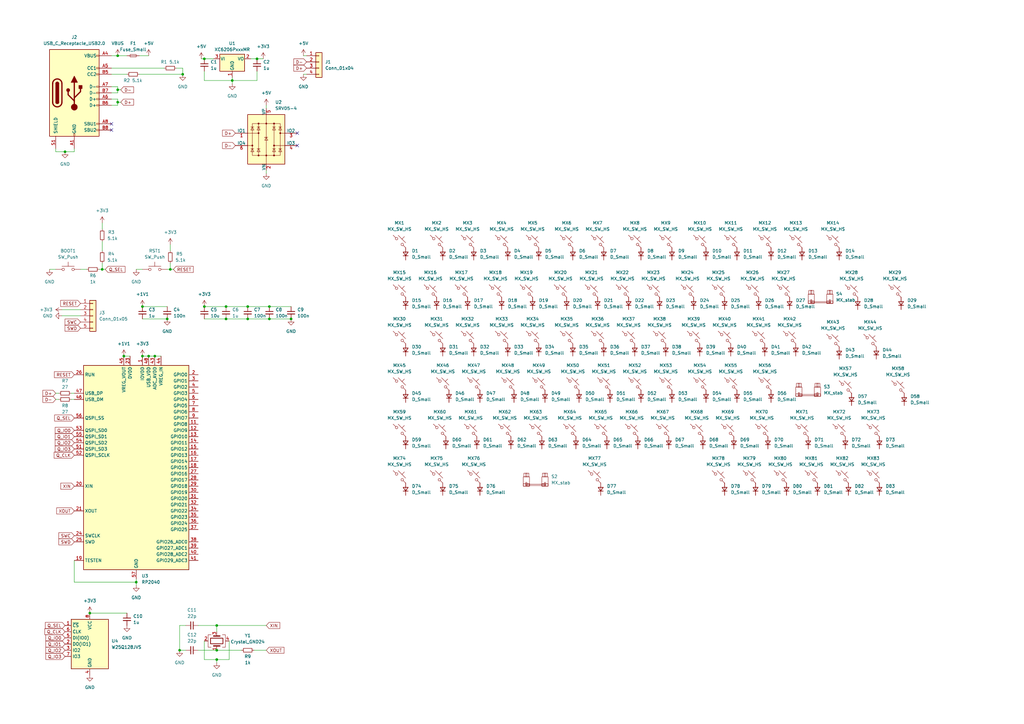
<source format=kicad_sch>
(kicad_sch (version 20230121) (generator eeschema)
  (paper "A3")
  (junction (at 88.9 270.51))
  (junction (at 58.42 125.73))
  (junction (at 48.26 41.91))
  (junction (at 92.71 125.73))
  (junction (at 69.85 110.49))
  (junction (at 60.96 146.05))
  (junction (at 88.9 256.54))
  (junction (at 83.82 125.73))
  (junction (at 110.49 130.81))
  (junction (at 119.38 130.81))
  (junction (at 26.67 62.23))
  (junction (at 73.66 266.7))
  (junction (at 105.41 24.13))
  (junction (at 68.58 130.81))
  (junction (at 63.5 146.05))
  (junction (at 101.6 125.73))
  (junction (at 58.42 146.05))
  (junction (at 88.9 266.7))
  (junction (at 74.93 30.48))
  (junction (at 48.26 22.86))
  (junction (at 83.82 24.13))
  (junction (at 92.71 130.81))
  (junction (at 55.88 238.76))
  (junction (at 101.6 130.81))
  (junction (at 41.91 110.49))
  (junction (at 36.83 251.46))
  (junction (at 110.49 125.73))
  (junction (at 50.8 146.05))
  (junction (at 48.26 36.83))
  (junction (at 95.25 33.02))
  (no_connect (at 45.72 53.34))
  (no_connect (at 45.72 50.8))
  (no_connect (at 121.92 54.61))
  (no_connect (at 121.92 59.69))
  (wire (pts (xy 74.93 30.48) (xy 57.15 30.48)))
  (wire (pts (xy 82.55 24.13) (xy 83.82 24.13)))
  (wire (pts (xy 22.86 62.23) (xy 26.67 62.23)))
  (wire (pts (xy 73.66 256.54) (xy 76.2 256.54)))
  (wire (pts (xy 41.91 99.06) (xy 41.91 102.87)))
  (wire (pts (xy 25.4 129.54) (xy 33.02 129.54)))
  (wire (pts (xy 105.41 24.13) (xy 107.95 24.13)))
  (wire (pts (xy 92.71 125.73) (xy 101.6 125.73)))
  (wire (pts (xy 109.22 71.12) (xy 109.22 69.85)))
  (wire (pts (xy 45.72 30.48) (xy 52.07 30.48)))
  (wire (pts (xy 83.82 24.13) (xy 87.63 24.13)))
  (wire (pts (xy 22.86 60.96) (xy 22.86 62.23)))
  (wire (pts (xy 48.26 43.18) (xy 45.72 43.18)))
  (wire (pts (xy 30.48 238.76) (xy 30.48 229.87)))
  (wire (pts (xy 55.88 237.49) (xy 55.88 238.76)))
  (wire (pts (xy 88.9 266.7) (xy 99.06 266.7)))
  (wire (pts (xy 58.42 146.05) (xy 60.96 146.05)))
  (wire (pts (xy 72.39 27.94) (xy 74.93 27.94)))
  (wire (pts (xy 83.82 33.02) (xy 95.25 33.02)))
  (wire (pts (xy 26.67 62.23) (xy 30.48 62.23)))
  (wire (pts (xy 95.25 33.02) (xy 95.25 31.75)))
  (wire (pts (xy 105.41 33.02) (xy 105.41 29.21)))
  (wire (pts (xy 48.26 22.86) (xy 52.07 22.86)))
  (wire (pts (xy 58.42 125.73) (xy 68.58 125.73)))
  (wire (pts (xy 73.66 266.7) (xy 73.66 256.54)))
  (wire (pts (xy 109.22 43.18) (xy 109.22 44.45)))
  (wire (pts (xy 40.64 110.49) (xy 41.91 110.49)))
  (wire (pts (xy 92.71 130.81) (xy 101.6 130.81)))
  (wire (pts (xy 63.5 146.05) (xy 66.04 146.05)))
  (wire (pts (xy 41.91 107.95) (xy 41.91 110.49)))
  (wire (pts (xy 29.21 163.83) (xy 30.48 163.83)))
  (wire (pts (xy 41.91 91.44) (xy 41.91 93.98)))
  (wire (pts (xy 22.86 161.29) (xy 24.13 161.29)))
  (wire (pts (xy 83.82 270.51) (xy 83.82 262.89)))
  (wire (pts (xy 25.4 127) (xy 33.02 127)))
  (wire (pts (xy 55.88 238.76) (xy 55.88 240.03)))
  (wire (pts (xy 48.26 36.83) (xy 48.26 38.1)))
  (wire (pts (xy 71.12 110.49) (xy 69.85 110.49)))
  (wire (pts (xy 95.25 33.02) (xy 105.41 33.02)))
  (wire (pts (xy 110.49 130.81) (xy 119.38 130.81)))
  (wire (pts (xy 69.85 110.49) (xy 68.58 110.49)))
  (wire (pts (xy 124.46 30.48) (xy 125.73 30.48)))
  (wire (pts (xy 76.2 266.7) (xy 73.66 266.7)))
  (wire (pts (xy 74.93 27.94) (xy 74.93 30.48)))
  (wire (pts (xy 55.88 238.76) (xy 30.48 238.76)))
  (wire (pts (xy 50.8 146.05) (xy 53.34 146.05)))
  (wire (pts (xy 83.82 125.73) (xy 92.71 125.73)))
  (wire (pts (xy 101.6 130.81) (xy 110.49 130.81)))
  (wire (pts (xy 60.96 146.05) (xy 63.5 146.05)))
  (wire (pts (xy 101.6 125.73) (xy 110.49 125.73)))
  (wire (pts (xy 93.98 270.51) (xy 88.9 270.51)))
  (wire (pts (xy 49.53 41.91) (xy 48.26 41.91)))
  (wire (pts (xy 48.26 41.91) (xy 48.26 43.18)))
  (wire (pts (xy 88.9 256.54) (xy 88.9 259.08)))
  (wire (pts (xy 29.21 161.29) (xy 30.48 161.29)))
  (wire (pts (xy 83.82 130.81) (xy 92.71 130.81)))
  (wire (pts (xy 88.9 271.78) (xy 88.9 270.51)))
  (wire (pts (xy 69.85 107.95) (xy 69.85 110.49)))
  (wire (pts (xy 45.72 22.86) (xy 48.26 22.86)))
  (wire (pts (xy 48.26 38.1) (xy 45.72 38.1)))
  (wire (pts (xy 45.72 40.64) (xy 48.26 40.64)))
  (wire (pts (xy 45.72 35.56) (xy 48.26 35.56)))
  (wire (pts (xy 49.53 36.83) (xy 48.26 36.83)))
  (wire (pts (xy 81.28 266.7) (xy 88.9 266.7)))
  (wire (pts (xy 88.9 256.54) (xy 109.22 256.54)))
  (wire (pts (xy 83.82 29.21) (xy 83.82 33.02)))
  (wire (pts (xy 88.9 270.51) (xy 83.82 270.51)))
  (wire (pts (xy 41.91 110.49) (xy 43.18 110.49)))
  (wire (pts (xy 104.14 266.7) (xy 109.22 266.7)))
  (wire (pts (xy 30.48 62.23) (xy 30.48 60.96)))
  (wire (pts (xy 45.72 27.94) (xy 67.31 27.94)))
  (wire (pts (xy 58.42 130.81) (xy 68.58 130.81)))
  (wire (pts (xy 55.88 110.49) (xy 58.42 110.49)))
  (wire (pts (xy 48.26 35.56) (xy 48.26 36.83)))
  (wire (pts (xy 95.25 34.29) (xy 95.25 33.02)))
  (wire (pts (xy 81.28 256.54) (xy 88.9 256.54)))
  (wire (pts (xy 48.26 40.64) (xy 48.26 41.91)))
  (wire (pts (xy 69.85 100.33) (xy 69.85 102.87)))
  (wire (pts (xy 20.32 110.49) (xy 22.86 110.49)))
  (wire (pts (xy 57.15 22.86) (xy 60.96 22.86)))
  (wire (pts (xy 22.86 163.83) (xy 24.13 163.83)))
  (wire (pts (xy 33.02 110.49) (xy 35.56 110.49)))
  (wire (pts (xy 110.49 125.73) (xy 119.38 125.73)))
  (wire (pts (xy 124.46 22.86) (xy 125.73 22.86)))
  (wire (pts (xy 102.87 24.13) (xy 105.41 24.13)))
  (wire (pts (xy 93.98 262.89) (xy 93.98 270.51)))
  (wire (pts (xy 36.83 251.46) (xy 52.07 251.46)))
  (global_label "Q_IO0" (shape input) (at 30.48 176.53 180) (property "Intersheetrefs" "${INTERSHEET_REFS}" (effects hide)))
  (global_label "D+" (shape input) (at 49.53 41.91 0) (property "Intersheetrefs" "${INTERSHEET_REFS}" (effects hide)))
  (global_label "RESET" (shape input) (at 33.02 124.46 180) (property "Intersheetrefs" "${INTERSHEET_REFS}" (effects hide)))
  (global_label "Q_CLK" (shape input) (at 30.48 186.69 180) (property "Intersheetrefs" "${INTERSHEET_REFS}" (effects hide)))
  (global_label "SWC" (shape input) (at 30.48 219.71 180) (property "Intersheetrefs" "${INTERSHEET_REFS}" (effects hide)))
  (global_label "SWD" (shape input) (at 30.48 222.25 180) (property "Intersheetrefs" "${INTERSHEET_REFS}" (effects hide)))
  (global_label "Q_IO2" (shape input) (at 30.48 181.61 180) (property "Intersheetrefs" "${INTERSHEET_REFS}" (effects hide)))
  (global_label "XIN" (shape input) (at 109.22 256.54 0) (property "Intersheetrefs" "${INTERSHEET_REFS}" (effects hide)))
  (global_label "XOUT" (shape input) (at 30.48 209.55 180) (property "Intersheetrefs" "${INTERSHEET_REFS}" (effects hide)))
  (global_label "SWC" (shape input) (at 33.02 132.08 180) (property "Intersheetrefs" "${INTERSHEET_REFS}" (effects hide)))
  (global_label "D-" (shape input) (at 22.86 163.83 180) (property "Intersheetrefs" "${INTERSHEET_REFS}" (effects hide)))
  (global_label "Q_SEL" (shape input) (at 43.18 110.49 0) (property "Intersheetrefs" "${INTERSHEET_REFS}" (effects hide)))
  (global_label "Q_IO0" (shape input) (at 26.67 261.62 180) (property "Intersheetrefs" "${INTERSHEET_REFS}" (effects hide)))
  (global_label "Q_IO3" (shape input) (at 26.67 269.24 180) (property "Intersheetrefs" "${INTERSHEET_REFS}" (effects hide)))
  (global_label "SWD" (shape input) (at 33.02 134.62 180) (property "Intersheetrefs" "${INTERSHEET_REFS}" (effects hide)))
  (global_label "XIN" (shape input) (at 30.48 199.39 180) (property "Intersheetrefs" "${INTERSHEET_REFS}" (effects hide)))
  (global_label "D-" (shape input) (at 96.52 59.69 180) (property "Intersheetrefs" "${INTERSHEET_REFS}" (effects hide)))
  (global_label "RESET" (shape input) (at 71.12 110.49 0) (property "Intersheetrefs" "${INTERSHEET_REFS}" (effects hide)))
  (global_label "Q_IO1" (shape input) (at 30.48 179.07 180) (property "Intersheetrefs" "${INTERSHEET_REFS}" (effects hide)))
  (global_label "XOUT" (shape input) (at 109.22 266.7 0) (property "Intersheetrefs" "${INTERSHEET_REFS}" (effects hide)))
  (global_label "Q_IO2" (shape input) (at 26.67 266.7 180) (property "Intersheetrefs" "${INTERSHEET_REFS}" (effects hide)))
  (global_label "D-" (shape input) (at 49.53 36.83 0) (property "Intersheetrefs" "${INTERSHEET_REFS}" (effects hide)))
  (global_label "Q_SEL" (shape input) (at 26.67 256.54 180) (property "Intersheetrefs" "${INTERSHEET_REFS}" (effects hide)))
  (global_label "D-" (shape input) (at 125.73 25.4 180) (property "Intersheetrefs" "${INTERSHEET_REFS}" (effects hide)))
  (global_label "D+" (shape input) (at 125.73 27.94 180) (property "Intersheetrefs" "${INTERSHEET_REFS}" (effects hide)))
  (global_label "D+" (shape input) (at 96.52 54.61 180) (property "Intersheetrefs" "${INTERSHEET_REFS}" (effects hide)))
  (global_label "Q_CLK" (shape input) (at 26.67 259.08 180) (property "Intersheetrefs" "${INTERSHEET_REFS}" (effects hide)))
  (global_label "Q_SEL" (shape input) (at 30.48 171.45 180) (property "Intersheetrefs" "${INTERSHEET_REFS}" (effects hide)))
  (global_label "Q_IO1" (shape input) (at 26.67 264.16 180) (property "Intersheetrefs" "${INTERSHEET_REFS}" (effects hide)))
  (global_label "D+" (shape input) (at 22.86 161.29 180) (property "Intersheetrefs" "${INTERSHEET_REFS}" (effects hide)))
  (global_label "Q_IO3" (shape input) (at 30.48 184.15 180) (property "Intersheetrefs" "${INTERSHEET_REFS}" (effects hide)))
  (global_label "RESET" (shape input) (at 30.48 153.67 180) (property "Intersheetrefs" "${INTERSHEET_REFS}" (effects hide)))
  (symbol (lib_id "Device:D_Small") (at 274.32 181.61 90) (unit 1)
    (property "Reference" "D67" (at 276.86 180.34 90) (effects (justify right)))
    (property "Value" "D_Small" (at 276.86 182.88 90) (effects (justify right)))
    (property "Footprint" "Diode_SMD:D_SOD-123" (effects hide))
    (property "Sim.Device" "D" (effects hide))
    (property "Sim.Pins" "1=K 2=A" (effects hide))
  )
  (symbol (lib_id "PCM_marbastlib-mx:MX_SW_HS") (at 246.38 176.53 0) (unit 1)
    (property "Reference" "MX65" (at 246.38 168.91 0))
    (property "Value" "MX_SW_HS" (at 246.38 171.45 0))
    (property "Footprint" "PCM_marbastlib-mx:SW_MX_HS_1u" (effects hide))
  )
  (symbol (lib_id "Device:C_Small") (at 78.74 256.54 270) (unit 1)
    (property "Reference" "C11" (at 78.7336 250.19 90))
    (property "Value" "22p" (at 78.7336 252.73 90))
    (property "Footprint" "Capacitor_SMD:C_0402_1005Metric" (effects hide))
  )
  (symbol (lib_id "PCM_marbastlib-mx:MX_SW_HS") (at 163.83 176.53 0) (unit 1)
    (property "Reference" "MX59" (at 163.83 168.91 0))
    (property "Value" "MX_SW_HS" (at 163.83 171.45 0))
    (property "Footprint" "PCM_marbastlib-mx:SW_MX_HS_1.25u" (effects hide))
  )
  (symbol (lib_id "Device:D_Small") (at 166.37 143.51 90) (unit 1)
    (property "Reference" "D30" (at 168.91 142.24 90) (effects (justify right)))
    (property "Value" "D_Small" (at 168.91 144.78 90) (effects (justify right)))
    (property "Footprint" "Diode_SMD:D_SOD-123" (effects hide))
    (property "Sim.Device" "D" (effects hide))
    (property "Sim.Pins" "1=K 2=A" (effects hide))
  )
  (symbol (lib_id "PCM_marbastlib-mx:MX_SW_HS") (at 205.74 138.43 0) (unit 1)
    (property "Reference" "MX33" (at 205.74 130.81 0))
    (property "Value" "MX_SW_HS" (at 205.74 133.35 0))
    (property "Footprint" "PCM_marbastlib-mx:SW_MX_HS_1u" (effects hide))
  )
  (symbol (lib_id "Connector_Generic:Conn_01x05") (at 38.1 129.54 0) (unit 1)
    (property "Reference" "J3" (at 40.64 128.27 0) (effects (justify left)))
    (property "Value" "Conn_01x05" (at 40.64 130.81 0) (effects (justify left)))
    (property "Footprint" "Connector_PinHeader_2.54mm:PinHeader_1x05_P2.54mm_Vertical" (effects hide))
  )
  (symbol (lib_id "PCM_marbastlib-mx:MX_SW_HS") (at 203.2 119.38 0) (unit 1)
    (property "Reference" "MX18" (at 203.2 111.76 0))
    (property "Value" "MX_SW_HS" (at 203.2 114.3 0))
    (property "Footprint" "PCM_marbastlib-mx:SW_MX_HS_1u" (effects hide))
  )
  (symbol (lib_id "Device:D_Small") (at 331.47 181.61 90) (unit 1)
    (property "Reference" "D71" (at 334.01 180.34 90) (effects (justify right)))
    (property "Value" "D_Small" (at 334.01 182.88 90) (effects (justify right)))
    (property "Footprint" "Diode_SMD:D_SOD-123" (effects hide))
    (property "Sim.Device" "D" (effects hide))
    (property "Sim.Pins" "1=K 2=A" (effects hide))
  )
  (symbol (lib_id "PCM_marbastlib-mx:MX_SW_HS") (at 219.71 176.53 0) (unit 1)
    (property "Reference" "MX63" (at 219.71 168.91 0))
    (property "Value" "MX_SW_HS" (at 219.71 171.45 0))
    (property "Footprint" "PCM_marbastlib-mx:SW_MX_HS_1u" (effects hide))
  )
  (symbol (lib_id "PCM_marbastlib-mx:MX_SW_HS") (at 191.77 99.06 0) (unit 1)
    (property "Reference" "MX3" (at 191.77 91.44 0))
    (property "Value" "MX_SW_HS" (at 191.77 93.98 0))
    (property "Footprint" "PCM_marbastlib-mx:SW_MX_HS_1u" (effects hide))
  )
  (symbol (lib_id "PCM_marbastlib-mx:MX_SW_HS") (at 367.03 119.38 0) (unit 1)
    (property "Reference" "MX29" (at 367.03 111.76 0))
    (property "Value" "MX_SW_HS" (at 367.03 114.3 0))
    (property "Footprint" "PCM_marbastlib-mx:SW_MX_HS_1u" (effects hide))
  )
  (symbol (lib_id "Device:D_Small") (at 275.59 162.56 90) (unit 1)
    (property "Reference" "D53" (at 278.13 161.29 90) (effects (justify right)))
    (property "Value" "D_Small" (at 278.13 163.83 90) (effects (justify right)))
    (property "Footprint" "Diode_SMD:D_SOD-123" (effects hide))
    (property "Sim.Device" "D" (effects hide))
    (property "Sim.Pins" "1=K 2=A" (effects hide))
  )
  (symbol (lib_id "PCM_marbastlib-mx:MX_SW_HS") (at 194.31 195.58 0) (unit 1)
    (property "Reference" "MX76" (at 194.31 187.96 0))
    (property "Value" "MX_SW_HS" (at 194.31 190.5 0))
    (property "Footprint" "PCM_marbastlib-mx:SW_MX_HS_1.25u" (effects hide))
  )
  (symbol (lib_id "PCM_marbastlib-mx:MX_SW_HS") (at 308.61 119.38 0) (unit 1)
    (property "Reference" "MX26" (at 308.61 111.76 0))
    (property "Value" "MX_SW_HS" (at 308.61 114.3 0))
    (property "Footprint" "PCM_marbastlib-mx:SW_MX_HS_1u" (effects hide))
  )
  (symbol (lib_id "Device:D_Small") (at 181.61 200.66 90) (unit 1)
    (property "Reference" "D75" (at 184.15 199.39 90) (effects (justify right)))
    (property "Value" "D_Small" (at 184.15 201.93 90) (effects (justify right)))
    (property "Footprint" "Diode_SMD:D_SOD-123" (effects hide))
    (property "Sim.Device" "D" (effects hide))
    (property "Sim.Pins" "1=K 2=A" (effects hide))
  )
  (symbol (lib_id "PCM_marbastlib-mx:MX_SW_HS") (at 299.72 99.06 0) (unit 1)
    (property "Reference" "MX11" (at 299.72 91.44 0))
    (property "Value" "MX_SW_HS" (at 299.72 93.98 0))
    (property "Footprint" "PCM_marbastlib-mx:SW_MX_HS_1u" (effects hide))
  )
  (symbol (lib_id "Device:D_Small") (at 323.85 124.46 90) (unit 1)
    (property "Reference" "D27" (at 326.39 123.19 90) (effects (justify right)))
    (property "Value" "D_Small" (at 326.39 125.73 90) (effects (justify right)))
    (property "Footprint" "Diode_SMD:D_SOD-123" (effects hide))
    (property "Sim.Device" "D" (effects hide))
    (property "Sim.Pins" "1=K 2=A" (effects hide))
  )
  (symbol (lib_id "PCM_marbastlib-mx:MX_SW_HS") (at 332.74 195.58 0) (unit 1)
    (property "Reference" "MX81" (at 332.74 187.96 0))
    (property "Value" "MX_SW_HS" (at 332.74 190.5 0))
    (property "Footprint" "PCM_marbastlib-mx:SW_MX_HS_1u" (effects hide))
  )
  (symbol (lib_id "Device:D_Small") (at 287.02 143.51 90) (unit 1)
    (property "Reference" "D39" (at 289.56 142.24 90) (effects (justify right)))
    (property "Value" "D_Small" (at 289.56 144.78 90) (effects (justify right)))
    (property "Footprint" "Diode_SMD:D_SOD-123" (effects hide))
    (property "Sim.Device" "D" (effects hide))
    (property "Sim.Pins" "1=K 2=A" (effects hide))
  )
  (symbol (lib_id "power:GND") (at 36.83 276.86 0) (unit 1)
    (property "Reference" "#PWR029" (effects hide))
    (property "Value" "GND" (at 36.83 281.94 0))
  )
  (symbol (lib_id "PCM_marbastlib-mx:MX_SW_HS") (at 271.78 176.53 0) (unit 1)
    (property "Reference" "MX67" (at 271.78 168.91 0))
    (property "Value" "MX_SW_HS" (at 271.78 171.45 0))
    (property "Footprint" "PCM_marbastlib-mx:SW_MX_HS_1u" (effects hide))
  )
  (symbol (lib_id "PCM_marbastlib-mx:MX_SW_HS") (at 312.42 176.53 0) (unit 1)
    (property "Reference" "MX70" (at 312.42 168.91 0))
    (property "Value" "MX_SW_HS" (at 312.42 171.45 0))
    (property "Footprint" "PCM_marbastlib-mx:SW_MX_HS_1u" (effects hide))
  )
  (symbol (lib_id "PCM_marbastlib-mx:MX_SW_HS") (at 358.14 195.58 0) (unit 1)
    (property "Reference" "MX83" (at 358.14 187.96 0))
    (property "Value" "MX_SW_HS" (at 358.14 190.5 0))
    (property "Footprint" "PCM_marbastlib-mx:SW_MX_HS_1u" (effects hide))
  )
  (symbol (lib_id "Device:D_Small") (at 262.89 162.56 90) (unit 1)
    (property "Reference" "D52" (at 265.43 161.29 90) (effects (justify right)))
    (property "Value" "D_Small" (at 265.43 163.83 90) (effects (justify right)))
    (property "Footprint" "Diode_SMD:D_SOD-123" (effects hide))
    (property "Sim.Device" "D" (effects hide))
    (property "Sim.Pins" "1=K 2=A" (effects hide))
  )
  (symbol (lib_id "Device:D_Small") (at 191.77 124.46 90) (unit 1)
    (property "Reference" "D17" (at 194.31 123.19 90) (effects (justify right)))
    (property "Value" "D_Small" (at 194.31 125.73 90) (effects (justify right)))
    (property "Footprint" "Diode_SMD:D_SOD-123" (effects hide))
    (property "Sim.Device" "D" (effects hide))
    (property "Sim.Pins" "1=K 2=A" (effects hide))
  )
  (symbol (lib_id "Device:D_Small") (at 232.41 124.46 90) (unit 1)
    (property "Reference" "D20" (at 234.95 123.19 90) (effects (justify right)))
    (property "Value" "D_Small" (at 234.95 125.73 90) (effects (justify right)))
    (property "Footprint" "Diode_SMD:D_SOD-123" (effects hide))
    (property "Sim.Device" "D" (effects hide))
    (property "Sim.Pins" "1=K 2=A" (effects hide))
  )
  (symbol (lib_id "Device:C_Small") (at 92.71 128.27 0) (unit 1)
    (property "Reference" "C6" (at 95.25 127.0063 0) (effects (justify left)))
    (property "Value" "1u" (at 95.25 129.5463 0) (effects (justify left)))
    (property "Footprint" "Capacitor_SMD:C_0402_1005Metric" (effects hide))
  )
  (symbol (lib_id "Device:D_Small") (at 297.18 124.46 90) (unit 1)
    (property "Reference" "D25" (at 299.72 123.19 90) (effects (justify right)))
    (property "Value" "D_Small" (at 299.72 125.73 90) (effects (justify right)))
    (property "Footprint" "Diode_SMD:D_SOD-123" (effects hide))
    (property "Sim.Device" "D" (effects hide))
    (property "Sim.Pins" "1=K 2=A" (effects hide))
  )
  (symbol (lib_id "Device:D_Small") (at 246.38 200.66 90) (unit 1)
    (property "Reference" "D77" (at 248.92 199.39 90) (effects (justify right)))
    (property "Value" "D_Small" (at 248.92 201.93 90) (effects (justify right)))
    (property "Footprint" "Diode_SMD:D_SOD-123" (effects hide))
    (property "Sim.Device" "D" (effects hide))
    (property "Sim.Pins" "1=K 2=A" (effects hide))
  )
  (symbol (lib_id "PCM_marbastlib-mx:MX_SW_HS") (at 181.61 157.48 0) (unit 1)
    (property "Reference" "MX46" (at 181.61 149.86 0))
    (property "Value" "MX_SW_HS" (at 181.61 152.4 0))
    (property "Footprint" "PCM_marbastlib-mx:SW_MX_HS_1u" (effects hide))
  )
  (symbol (lib_id "Memory_Flash:W25Q128JVS") (at 36.83 264.16 0) (unit 1)
    (property "Reference" "U4" (at 45.72 262.89 0) (effects (justify left)))
    (property "Value" "W25Q128JVS" (at 45.72 265.43 0) (effects (justify left)))
    (property "Footprint" "Package_SO:SOIC-8_5.23x5.23mm_P1.27mm" (effects hide))
    (property "Datasheet" "http://www.winbond.com/resource-files/w25q128jv_dtr%20revc%2003272018%20plus.pdf" (effects hide))
  )
  (symbol (lib_id "Device:D_Small") (at 245.11 124.46 90) (unit 1)
    (property "Reference" "D21" (at 247.65 123.19 90) (effects (justify right)))
    (property "Value" "D_Small" (at 247.65 125.73 90) (effects (justify right)))
    (property "Footprint" "Diode_SMD:D_SOD-123" (effects hide))
    (property "Sim.Device" "D" (effects hide))
    (property "Sim.Pins" "1=K 2=A" (effects hide))
  )
  (symbol (lib_id "power:+5V") (at 82.55 24.13 0) (unit 1)
    (property "Reference" "#PWR04" (effects hide))
    (property "Value" "+5V" (at 82.55 19.05 0))
  )
  (symbol (lib_id "PCM_marbastlib-mx:MX_SW_HS") (at 298.45 176.53 0) (unit 1)
    (property "Reference" "MX69" (at 298.45 168.91 0))
    (property "Value" "MX_SW_HS" (at 298.45 171.45 0))
    (property "Footprint" "PCM_marbastlib-mx:SW_MX_HS_1u" (effects hide))
  )
  (symbol (lib_id "PCM_marbastlib-mx:MX_SW_HS") (at 208.28 157.48 0) (unit 1)
    (property "Reference" "MX48" (at 208.28 149.86 0))
    (property "Value" "MX_SW_HS" (at 208.28 152.4 0))
    (property "Footprint" "PCM_marbastlib-mx:SW_MX_HS_1u" (effects hide))
  )
  (symbol (lib_id "Device:D_Small") (at 316.23 104.14 90) (unit 1)
    (property "Reference" "D12" (at 318.77 102.87 90) (effects (justify right)))
    (property "Value" "D_Small" (at 318.77 105.41 90) (effects (justify right)))
    (property "Footprint" "Diode_SMD:D_SOD-123" (effects hide))
    (property "Sim.Device" "D" (effects hide))
    (property "Sim.Pins" "1=K 2=A" (effects hide))
  )
  (symbol (lib_id "PCM_marbastlib-mx:MX_SW_HS") (at 260.35 157.48 0) (unit 1)
    (property "Reference" "MX52" (at 260.35 149.86 0))
    (property "Value" "MX_SW_HS" (at 260.35 152.4 0))
    (property "Footprint" "PCM_marbastlib-mx:SW_MX_HS_1u" (effects hide))
  )
  (symbol (lib_id "Device:D_Small") (at 351.79 124.46 90) (unit 1)
    (property "Reference" "D28" (at 354.33 123.19 90) (effects (justify right)))
    (property "Value" "D_Small" (at 354.33 125.73 90) (effects (justify right)))
    (property "Footprint" "Diode_SMD:D_SOD-123" (effects hide))
    (property "Sim.Device" "D" (effects hide))
    (property "Sim.Pins" "1=K 2=A" (effects hide))
  )
  (symbol (lib_id "power:+5V") (at 60.96 22.86 0) (unit 1)
    (property "Reference" "#PWR02" (effects hide))
    (property "Value" "+5V" (at 60.96 17.78 0))
  )
  (symbol (lib_id "PCM_marbastlib-mx:MX_SW_HS") (at 218.44 138.43 0) (unit 1)
    (property "Reference" "MX34" (at 218.44 130.81 0))
    (property "Value" "MX_SW_HS" (at 218.44 133.35 0))
    (property "Footprint" "PCM_marbastlib-mx:SW_MX_HS_1u" (effects hide))
  )
  (symbol (lib_id "Device:D_Small") (at 248.92 181.61 90) (unit 1)
    (property "Reference" "D65" (at 251.46 180.34 90) (effects (justify right)))
    (property "Value" "D_Small" (at 251.46 182.88 90) (effects (justify right)))
    (property "Footprint" "Diode_SMD:D_SOD-123" (effects hide))
    (property "Sim.Device" "D" (effects hide))
    (property "Sim.Pins" "1=K 2=A" (effects hide))
  )
  (symbol (lib_id "Device:D_Small") (at 309.88 200.66 90) (unit 1)
    (property "Reference" "D79" (at 312.42 199.39 90) (effects (justify right)))
    (property "Value" "D_Small" (at 312.42 201.93 90) (effects (justify right)))
    (property "Footprint" "Diode_SMD:D_SOD-123" (effects hide))
    (property "Sim.Device" "D" (effects hide))
    (property "Sim.Pins" "1=K 2=A" (effects hide))
  )
  (symbol (lib_id "PCM_marbastlib-mx:MX_SW_HS") (at 346.71 158.75 0) (unit 1)
    (property "Reference" "MX57" (at 346.71 151.13 0))
    (property "Value" "MX_SW_HS" (at 346.71 153.67 0))
    (property "Footprint" "PCM_marbastlib-mx:SW_MX_HS_1u" (effects hide))
  )
  (symbol (lib_id "PCM_marbastlib-mx:MX_SW_HS") (at 260.35 99.06 0) (unit 1)
    (property "Reference" "MX8" (at 260.35 91.44 0))
    (property "Value" "MX_SW_HS" (at 260.35 93.98 0))
    (property "Footprint" "PCM_marbastlib-mx:SW_MX_HS_1u" (effects hide))
  )
  (symbol (lib_id "power:+3V3") (at 83.82 125.73 0) (unit 1)
    (property "Reference" "#PWR017" (effects hide))
    (property "Value" "+3V3" (at 83.82 120.65 0))
  )
  (symbol (lib_id "PCM_marbastlib-mx:MX_SW_HS") (at 313.69 157.48 0) (unit 1)
    (property "Reference" "MX56" (at 313.69 149.86 0))
    (property "Value" "MX_SW_HS" (at 313.69 152.4 0))
    (property "Footprint" "PCM_marbastlib-mx:SW_MX_HS_1u" (effects hide))
  )
  (symbol (lib_id "power:+3V3") (at 107.95 24.13 0) (mirror y) (unit 1)
    (property "Reference" "#PWR05" (effects hide))
    (property "Value" "+3V3" (at 107.95 19.05 0))
  )
  (symbol (lib_id "Device:D_Small") (at 273.05 143.51 90) (unit 1)
    (property "Reference" "D38" (at 275.59 142.24 90) (effects (justify right)))
    (property "Value" "D_Small" (at 275.59 144.78 90) (effects (justify right)))
    (property "Footprint" "Diode_SMD:D_SOD-123" (effects hide))
    (property "Sim.Device" "D" (effects hide))
    (property "Sim.Pins" "1=K 2=A" (effects hide))
  )
  (symbol (lib_id "PCM_marbastlib-mx:MX_SW_HS") (at 356.87 139.7 0) (unit 1)
    (property "Reference" "MX44" (at 356.87 132.08 0))
    (property "Value" "MX_SW_HS" (at 356.87 134.62 0))
    (property "Footprint" "PCM_marbastlib-mx:SW_MX_HS_1u" (effects hide))
  )
  (symbol (lib_id "power:GND") (at 74.93 30.48 0) (unit 1)
    (property "Reference" "#PWR06" (effects hide))
    (property "Value" "GND" (at 74.93 35.56 0))
  )
  (symbol (lib_id "PCM_marbastlib-mx:MX_SW_HS") (at 215.9 119.38 0) (unit 1)
    (property "Reference" "MX19" (at 215.9 111.76 0))
    (property "Value" "MX_SW_HS" (at 215.9 114.3 0))
    (property "Footprint" "PCM_marbastlib-mx:SW_MX_HS_1u" (effects hide))
  )
  (symbol (lib_id "Device:D_Small") (at 179.07 124.46 90) (unit 1)
    (property "Reference" "D16" (at 181.61 123.19 90) (effects (justify right)))
    (property "Value" "D_Small" (at 181.61 125.73 90) (effects (justify right)))
    (property "Footprint" "Diode_SMD:D_SOD-123" (effects hide))
    (property "Sim.Device" "D" (effects hide))
    (property "Sim.Pins" "1=K 2=A" (effects hide))
  )
  (symbol (lib_id "PCM_marbastlib-mx:MX_stab") (at 336.55 121.92 0) (unit 1)
    (property "Reference" "S4" (at 342.9 120.523 0) (effects (justify left)))
    (property "Value" "MX_stab" (at 342.9 123.063 0) (effects (justify left)))
    (property "Footprint" "PCM_marbastlib-mx:STAB_MX_P_2u" (effects hide))
  )
  (symbol (lib_id "Device:D_Small") (at 196.85 200.66 90) (unit 1)
    (property "Reference" "D76" (at 199.39 199.39 90) (effects (justify right)))
    (property "Value" "D_Small" (at 199.39 201.93 90) (effects (justify right)))
    (property "Footprint" "Diode_SMD:D_SOD-123" (effects hide))
    (property "Sim.Device" "D" (effects hide))
    (property "Sim.Pins" "1=K 2=A" (effects hide))
  )
  (symbol (lib_id "power:GND") (at 124.46 30.48 0) (unit 1)
    (property "Reference" "#PWR07" (effects hide))
    (property "Value" "GND" (at 124.46 35.56 0))
  )
  (symbol (lib_id "Device:D_Small") (at 195.58 181.61 90) (unit 1)
    (property "Reference" "D61" (at 198.12 180.34 90) (effects (justify right)))
    (property "Value" "D_Small" (at 198.12 182.88 90) (effects (justify right)))
    (property "Footprint" "Diode_SMD:D_SOD-123" (effects hide))
    (property "Sim.Device" "D" (effects hide))
    (property "Sim.Pins" "1=K 2=A" (effects hide))
  )
  (symbol (lib_id "Device:C_Small") (at 110.49 128.27 0) (unit 1)
    (property "Reference" "C8" (at 113.03 127.0063 0) (effects (justify left)))
    (property "Value" "100n" (at 113.03 129.5463 0) (effects (justify left)))
    (property "Footprint" "Capacitor_SMD:C_0402_1005Metric" (effects hide))
  )
  (symbol (lib_id "PCM_marbastlib-various:SRV05-4") (at 109.22 57.15 0) (unit 1)
    (property "Reference" "U2" (at 112.8461 41.91 0) (effects (justify left)))
    (property "Value" "SRV05-4" (at 112.8461 44.45 0) (effects (justify left)))
    (property "Footprint" "PCM_marbastlib-various:SOT-23-6-routable" (effects hide))
    (property "Datasheet" "http://www.onsemi.com/pub/Collateral/SRV05-4-D.PDF" (effects hide))
  )
  (symbol (lib_id "Device:D_Small") (at 370.84 163.83 90) (unit 1)
    (property "Reference" "D58" (at 373.38 162.56 90) (effects (justify right)))
    (property "Value" "D_Small" (at 373.38 165.1 90) (effects (justify right)))
    (property "Footprint" "Diode_SMD:D_SOD-123" (effects hide))
    (property "Sim.Device" "D" (effects hide))
    (property "Sim.Pins" "1=K 2=A" (effects hide))
  )
  (symbol (lib_id "PCM_marbastlib-mx:MX_SW_HS") (at 320.04 195.58 0) (unit 1)
    (property "Reference" "MX80" (at 320.04 187.96 0))
    (property "Value" "MX_SW_HS" (at 320.04 190.5 0))
    (property "Footprint" "PCM_marbastlib-mx:SW_MX_HS_1u" (effects hide))
  )
  (symbol (lib_id "PCM_marbastlib-mx:MX_SW_HS") (at 299.72 157.48 0) (unit 1)
    (property "Reference" "MX55" (at 299.72 149.86 0))
    (property "Value" "MX_SW_HS" (at 299.72 152.4 0))
    (property "Footprint" "PCM_marbastlib-mx:SW_MX_HS_1u" (effects hide))
  )
  (symbol (lib_id "Device:D_Small") (at 360.68 200.66 90) (unit 1)
    (property "Reference" "D83" (at 363.22 199.39 90) (effects (justify right)))
    (property "Value" "D_Small" (at 363.22 201.93 90) (effects (justify right)))
    (property "Footprint" "Diode_SMD:D_SOD-123" (effects hide))
    (property "Sim.Device" "D" (effects hide))
    (property "Sim.Pins" "1=K 2=A" (effects hide))
  )
  (symbol (lib_id "Device:Fuse_Small") (at 54.61 22.86 0) (unit 1)
    (property "Reference" "F1" (at 54.61 17.78 0))
    (property "Value" "Fuse_Small" (at 54.61 20.32 0))
    (property "Footprint" "Fuse:Fuse_1206_3216Metric" (effects hide))
  )
  (symbol (lib_id "PCM_marbastlib-mx:MX_SW_HS") (at 323.85 138.43 0) (unit 1)
    (property "Reference" "MX42" (at 323.85 130.81 0))
    (property "Value" "MX_SW_HS" (at 323.85 133.35 0))
    (property "Footprint" "PCM_marbastlib-mx:SW_MX_HS_1u" (effects hide))
  )
  (symbol (lib_id "PCM_marbastlib-mx:MX_SW_HS") (at 294.64 195.58 0) (unit 1)
    (property "Reference" "MX78" (at 294.64 187.96 0))
    (property "Value" "MX_SW_HS" (at 294.64 190.5 0))
    (property "Footprint" "PCM_marbastlib-mx:SW_MX_HS_1u" (effects hide))
  )
  (symbol (lib_id "PCM_marbastlib-mx:MX_SW_HS") (at 245.11 99.06 0) (unit 1)
    (property "Reference" "MX7" (at 245.11 91.44 0))
    (property "Value" "MX_SW_HS" (at 245.11 93.98 0))
    (property "Footprint" "PCM_marbastlib-mx:SW_MX_HS_1u" (effects hide))
  )
  (symbol (lib_id "Device:D_Small") (at 234.95 104.14 90) (unit 1)
    (property "Reference" "D6" (at 237.49 102.87 90) (effects (justify right)))
    (property "Value" "D_Small" (at 237.49 105.41 90) (effects (justify right)))
    (property "Footprint" "Diode_SMD:D_SOD-123" (effects hide))
    (property "Sim.Device" "D" (effects hide))
    (property "Sim.Pins" "1=K 2=A" (effects hide))
  )
  (symbol (lib_id "Device:C_Small") (at 58.42 128.27 0) (unit 1)
    (property "Reference" "C3" (at 60.96 127.0063 0) (effects (justify left)))
    (property "Value" "1u" (at 60.96 129.5463 0) (effects (justify left)))
    (property "Footprint" "Capacitor_SMD:C_0402_1005Metric" (effects hide))
  )
  (symbol (lib_id "power:GND") (at 68.58 130.81 0) (unit 1)
    (property "Reference" "#PWR020" (effects hide))
    (property "Value" "GND" (at 68.58 135.89 0))
  )
  (symbol (lib_id "PCM_marbastlib-mx:MX_SW_HS") (at 307.34 195.58 0) (unit 1)
    (property "Reference" "MX79" (at 307.34 187.96 0))
    (property "Value" "MX_SW_HS" (at 307.34 190.5 0))
    (property "Footprint" "PCM_marbastlib-mx:SW_MX_HS_1u" (effects hide))
  )
  (symbol (lib_id "Device:D_Small") (at 300.99 181.61 90) (unit 1)
    (property "Reference" "D69" (at 303.53 180.34 90) (effects (justify right)))
    (property "Value" "D_Small" (at 303.53 182.88 90) (effects (justify right)))
    (property "Footprint" "Diode_SMD:D_SOD-123" (effects hide))
    (property "Sim.Device" "D" (effects hide))
    (property "Sim.Pins" "1=K 2=A" (effects hide))
  )
  (symbol (lib_id "PCM_marbastlib-mx:MX_SW_HS") (at 179.07 138.43 0) (unit 1)
    (property "Reference" "MX31" (at 179.07 130.81 0))
    (property "Value" "MX_SW_HS" (at 179.07 133.35 0))
    (property "Footprint" "PCM_marbastlib-mx:SW_MX_HS_1u" (effects hide))
  )
  (symbol (lib_id "Device:D_Small") (at 250.19 162.56 90) (unit 1)
    (property "Reference" "D51" (at 252.73 161.29 90) (effects (justify right)))
    (property "Value" "D_Small" (at 252.73 163.83 90) (effects (justify right)))
    (property "Footprint" "Diode_SMD:D_SOD-123" (effects hide))
    (property "Sim.Device" "D" (effects hide))
    (property "Sim.Pins" "1=K 2=A" (effects hide))
  )
  (symbol (lib_id "Device:D_Small") (at 194.31 143.51 90) (unit 1)
    (property "Reference" "D32" (at 196.85 142.24 90) (effects (justify right)))
    (property "Value" "D_Small" (at 196.85 144.78 90) (effects (justify right)))
    (property "Footprint" "Diode_SMD:D_SOD-123" (effects hide))
    (property "Sim.Device" "D" (effects hide))
    (property "Sim.Pins" "1=K 2=A" (effects hide))
  )
  (symbol (lib_id "PCM_marbastlib-mx:MX_SW_HS") (at 326.39 99.06 0) (unit 1)
    (property "Reference" "MX13" (at 326.39 91.44 0))
    (property "Value" "MX_SW_HS" (at 326.39 93.98 0))
    (property "Footprint" "PCM_marbastlib-mx:SW_MX_HS_1u" (effects hide))
  )
  (symbol (lib_id "Device:R_Small") (at 41.91 96.52 180) (unit 1)
    (property "Reference" "R3" (at 46.99 95.25 0) (effects (justify left)))
    (property "Value" "5.1k" (at 48.26 97.79 0) (effects (justify left)))
    (property "Footprint" "Resistor_SMD:R_0402_1005Metric" (effects hide))
  )
  (symbol (lib_id "power:GND") (at 26.67 62.23 0) (unit 1)
    (property "Reference" "#PWR010" (effects hide))
    (property "Value" "GND" (at 26.67 67.31 0))
  )
  (symbol (lib_id "Device:D_Small") (at 237.49 162.56 90) (unit 1)
    (property "Reference" "D50" (at 240.03 161.29 90) (effects (justify right)))
    (property "Value" "D_Small" (at 240.03 163.83 90) (effects (justify right)))
    (property "Footprint" "Diode_SMD:D_SOD-123" (effects hide))
    (property "Sim.Device" "D" (effects hide))
    (property "Sim.Pins" "1=K 2=A" (effects hide))
  )
  (symbol (lib_id "Device:D_Small") (at 194.31 104.14 90) (unit 1)
    (property "Reference" "D3" (at 196.85 102.87 90) (effects (justify right)))
    (property "Value" "D_Small" (at 196.85 105.41 90) (effects (justify right)))
    (property "Footprint" "Diode_SMD:D_SOD-123" (effects hide))
    (property "Sim.Device" "D" (effects hide))
    (property "Sim.Pins" "1=K 2=A" (effects hide))
  )
  (symbol (lib_id "PCM_marbastlib-mx:MX_SW_HS") (at 285.75 176.53 0) (unit 1)
    (property "Reference" "MX68" (at 285.75 168.91 0))
    (property "Value" "MX_SW_HS" (at 285.75 171.45 0))
    (property "Footprint" "PCM_marbastlib-mx:SW_MX_HS_1u" (effects hide))
  )
  (symbol (lib_id "Device:D_Small") (at 234.95 143.51 90) (unit 1)
    (property "Reference" "D35" (at 237.49 142.24 90) (effects (justify right)))
    (property "Value" "D_Small" (at 237.49 144.78 90) (effects (justify right)))
    (property "Footprint" "Diode_SMD:D_SOD-123" (effects hide))
    (property "Sim.Device" "D" (effects hide))
    (property "Sim.Pins" "1=K 2=A" (effects hide))
  )
  (symbol (lib_id "Device:D_Small") (at 181.61 104.14 90) (unit 1)
    (property "Reference" "D2" (at 184.15 102.87 90) (effects (justify right)))
    (property "Value" "D_Small" (at 184.15 105.41 90) (effects (justify right)))
    (property "Footprint" "Diode_SMD:D_SOD-123" (effects hide))
    (property "Sim.Device" "D" (effects hide))
    (property "Sim.Pins" "1=K 2=A" (effects hide))
  )
  (symbol (lib_id "power:GND") (at 20.32 110.49 0) (unit 1)
    (property "Reference" "#PWR014" (effects hide))
    (property "Value" "GND" (at 20.32 115.57 0))
  )
  (symbol (lib_id "power:GND") (at 73.66 266.7 0) (unit 1)
    (property "Reference" "#PWR027" (effects hide))
    (property "Value" "GND" (at 73.66 271.78 0))
  )
  (symbol (lib_id "Device:D_Small") (at 311.15 124.46 90) (unit 1)
    (property "Reference" "D26" (at 313.69 123.19 90) (effects (justify right)))
    (property "Value" "D_Small" (at 313.69 125.73 90) (effects (justify right)))
    (property "Footprint" "Diode_SMD:D_SOD-123" (effects hide))
    (property "Sim.Device" "D" (effects hide))
    (property "Sim.Pins" "1=K 2=A" (effects hide))
  )
  (symbol (lib_id "power:+5V") (at 124.46 22.86 0) (unit 1)
    (property "Reference" "#PWR03" (effects hide))
    (property "Value" "+5V" (at 124.46 17.78 0))
  )
  (symbol (lib_id "PCM_marbastlib-mx:MX_SW_HS") (at 273.05 99.06 0) (unit 1)
    (property "Reference" "MX9" (at 273.05 91.44 0))
    (property "Value" "MX_SW_HS" (at 273.05 93.98 0))
    (property "Footprint" "PCM_marbastlib-mx:SW_MX_HS_1u" (effects hide))
  )
  (symbol (lib_id "Device:D_Small") (at 359.41 144.78 90) (unit 1)
    (property "Reference" "D44" (at 361.95 143.51 90) (effects (justify right)))
    (property "Value" "D_Small" (at 361.95 146.05 90) (effects (justify right)))
    (property "Footprint" "Diode_SMD:D_SOD-123" (effects hide))
    (property "Sim.Device" "D" (effects hide))
    (property "Sim.Pins" "1=K 2=A" (effects hide))
  )
  (symbol (lib_id "Device:D_Small") (at 261.62 181.61 90) (unit 1)
    (property "Reference" "D66" (at 264.16 180.34 90) (effects (justify right)))
    (property "Value" "D_Small" (at 264.16 182.88 90) (effects (justify right)))
    (property "Footprint" "Diode_SMD:D_SOD-123" (effects hide))
    (property "Sim.Device" "D" (effects hide))
    (property "Sim.Pins" "1=K 2=A" (effects hide))
  )
  (symbol (lib_id "Device:D_Small") (at 181.61 143.51 90) (unit 1)
    (property "Reference" "D31" (at 184.15 142.24 90) (effects (justify right)))
    (property "Value" "D_Small" (at 184.15 144.78 90) (effects (justify right)))
    (property "Footprint" "Diode_SMD:D_SOD-123" (effects hide))
    (property "Sim.Device" "D" (effects hide))
    (property "Sim.Pins" "1=K 2=A" (effects hide))
  )
  (symbol (lib_id "PCM_marbastlib-mx:MX_SW_HS") (at 297.18 138.43 0) (unit 1)
    (property "Reference" "MX40" (at 297.18 130.81 0))
    (property "Value" "MX_SW_HS" (at 297.18 133.35 0))
    (property "Footprint" "PCM_marbastlib-mx:SW_MX_HS_1u" (effects hide))
  )
  (symbol (lib_id "Device:D_Small") (at 289.56 162.56 90) (unit 1)
    (property "Reference" "D54" (at 292.1 161.29 90) (effects (justify right)))
    (property "Value" "D_Small" (at 292.1 163.83 90) (effects (justify right)))
    (property "Footprint" "Diode_SMD:D_SOD-123" (effects hide))
    (property "Sim.Device" "D" (effects hide))
    (property "Sim.Pins" "1=K 2=A" (effects hide))
  )
  (symbol (lib_id "Device:D_Small") (at 344.17 144.78 90) (unit 1)
    (property "Reference" "D43" (at 346.71 143.51 90) (effects (justify right)))
    (property "Value" "D_Small" (at 346.71 146.05 90) (effects (justify right)))
    (property "Footprint" "Diode_SMD:D_SOD-123" (effects hide))
    (property "Sim.Device" "D" (effects hide))
    (property "Sim.Pins" "1=K 2=A" (effects hide))
  )
  (symbol (lib_id "power:VBUS") (at 48.26 22.86 0) (unit 1)
    (property "Reference" "#PWR01" (effects hide))
    (property "Value" "VBUS" (at 48.26 17.78 0))
  )
  (symbol (lib_id "PCM_marbastlib-mx:MX_SW_HS") (at 194.31 157.48 0) (unit 1)
    (property "Reference" "MX47" (at 194.31 149.86 0))
    (property "Value" "MX_SW_HS" (at 194.31 152.4 0))
    (property "Footprint" "PCM_marbastlib-mx:SW_MX_HS_1u" (effects hide))
  )
  (symbol (lib_id "Device:D_Small") (at 335.28 200.66 90) (unit 1)
    (property "Reference" "D81" (at 337.82 199.39 90) (effects (justify right)))
    (property "Value" "D_Small" (at 337.82 201.93 90) (effects (justify right)))
    (property "Footprint" "Diode_SMD:D_SOD-123" (effects hide))
    (property "Sim.Device" "D" (effects hide))
    (property "Sim.Pins" "1=K 2=A" (effects hide))
  )
  (symbol (lib_id "PCM_marbastlib-mx:MX_SW_HS") (at 245.11 138.43 0) (unit 1)
    (property "Reference" "MX36" (at 245.11 130.81 0))
    (property "Value" "MX_SW_HS" (at 245.11 133.35 0))
    (property "Footprint" "PCM_marbastlib-mx:SW_MX_HS_1u" (effects hide))
  )
  (symbol (lib_id "PCM_marbastlib-mx:MX_SW_HS") (at 311.15 138.43 0) (unit 1)
    (property "Reference" "MX41" (at 311.15 130.81 0))
    (property "Value" "MX_SW_HS" (at 311.15 133.35 0))
    (property "Footprint" "PCM_marbastlib-mx:SW_MX_HS_1u" (effects hide))
  )
  (symbol (lib_id "Device:R_Small") (at 38.1 110.49 270) (unit 1)
    (property "Reference" "R6" (at 38.1 113.03 90))
    (property "Value" "1k" (at 38.1 115.57 90))
    (property "Footprint" "Resistor_SMD:R_0402_1005Metric" (effects hide))
  )
  (symbol (lib_id "Device:D_Small") (at 270.51 124.46 90) (unit 1)
    (property "Reference" "D23" (at 273.05 123.19 90) (effects (justify right)))
    (property "Value" "D_Small" (at 273.05 125.73 90) (effects (justify right)))
    (property "Footprint" "Diode_SMD:D_SOD-123" (effects hide))
    (property "Sim.Device" "D" (effects hide))
    (property "Sim.Pins" "1=K 2=A" (effects hide))
  )
  (symbol (lib_id "PCM_marbastlib-mx:MX_SW_HS") (at 358.14 176.53 0) (unit 1)
    (property "Reference" "MX73" (at 358.14 168.91 0))
    (property "Value" "MX_SW_HS" (at 358.14 171.45 0))
    (property "Footprint" "PCM_marbastlib-mx:SW_MX_HS_1u" (effects hide))
  )
  (symbol (lib_id "PCM_marbastlib-mx:MX_SW_HS") (at 232.41 138.43 0) (unit 1)
    (property "Reference" "MX35" (at 232.41 130.81 0))
    (property "Value" "MX_SW_HS" (at 232.41 133.35 0))
    (property "Footprint" "PCM_marbastlib-mx:SW_MX_HS_1u" (effects hide))
  )
  (symbol (lib_id "Device:C_Small") (at 119.38 128.27 0) (unit 1)
    (property "Reference" "C9" (at 121.92 127.0063 0) (effects (justify left)))
    (property "Value" "100n" (at 121.92 129.5463 0) (effects (justify left)))
    (property "Footprint" "Capacitor_SMD:C_0402_1005Metric" (effects hide))
  )
  (symbol (lib_id "PCM_marbastlib-mx:MX_SW_HS") (at 267.97 119.38 0) (unit 1)
    (property "Reference" "MX23" (at 267.97 111.76 0))
    (property "Value" "MX_SW_HS" (at 267.97 114.3 0))
    (property "Footprint" "PCM_marbastlib-mx:SW_MX_HS_1u" (effects hide))
  )
  (symbol (lib_id "PCM_marbastlib-mx:MX_SW_HS") (at 255.27 119.38 0) (unit 1)
    (property "Reference" "MX22" (at 255.27 111.76 0))
    (property "Value" "MX_SW_HS" (at 255.27 114.3 0))
    (property "Footprint" "PCM_marbastlib-mx:SW_MX_HS_1u" (effects hide))
  )
  (symbol (lib_id "PCM_marbastlib-mx:MX_SW_HS") (at 368.3 158.75 0) (unit 1)
    (property "Reference" "MX58" (at 368.3 151.13 0))
    (property "Value" "MX_SW_HS" (at 368.3 153.67 0))
    (property "Footprint" "PCM_marbastlib-mx:SW_MX_HS_1u" (effects hide))
  )
  (symbol (lib_id "PCM_marbastlib-mx:MX_SW_HS") (at 189.23 119.38 0) (unit 1)
    (property "Reference" "MX17" (at 189.23 111.76 0))
    (property "Value" "MX_SW_HS" (at 189.23 114.3 0))
    (property "Footprint" "PCM_marbastlib-mx:SW_MX_HS_1u" (effects hide))
  )
  (symbol (lib_id "PCM_marbastlib-mx:MX_SW_HS") (at 233.68 176.53 0) (unit 1)
    (property "Reference" "MX64" (at 233.68 168.91 0))
    (property "Value" "MX_SW_HS" (at 233.68 171.45 0))
    (property "Footprint" "PCM_marbastlib-mx:SW_MX_HS_1u" (effects hide))
  )
  (symbol (lib_id "Device:D_Small") (at 284.48 124.46 90) (unit 1)
    (property "Reference" "D24" (at 287.02 123.19 90) (effects (justify right)))
    (property "Value" "D_Small" (at 287.02 125.73 90) (effects (justify right)))
    (property "Footprint" "Diode_SMD:D_SOD-123" (effects hide))
    (property "Sim.Device" "D" (effects hide))
    (property "Sim.Pins" "1=K 2=A" (effects hide))
  )
  (symbol (lib_id "PCM_marbastlib-mx:MX_SW_HS") (at 163.83 138.43 0) (unit 1)
    (property "Reference" "MX30" (at 163.83 130.81 0))
    (property "Value" "MX_SW_HS" (at 163.83 133.35 0))
    (property "Footprint" "PCM_marbastlib-mx:SW_MX_HS_1.5u" (effects hide))
  )
  (symbol (lib_id "Device:C_Small") (at 52.07 254 0) (unit 1)
    (property "Reference" "C10" (at 54.61 252.7363 0) (effects (justify left)))
    (property "Value" "1u" (at 54.61 255.2763 0) (effects (justify left)))
    (property "Footprint" "Capacitor_SMD:C_0402_1005Metric" (effects hide))
  )
  (symbol (lib_id "Device:D_Small") (at 314.96 181.61 90) (unit 1)
    (property "Reference" "D70" (at 317.5 180.34 90) (effects (justify right)))
    (property "Value" "D_Small" (at 317.5 182.88 90) (effects (justify right)))
    (property "Footprint" "Diode_SMD:D_SOD-123" (effects hide))
    (property "Sim.Device" "D" (effects hide))
    (property "Sim.Pins" "1=K 2=A" (effects hide))
  )
  (symbol (lib_id "PCM_marbastlib-mx:MX_SW_HS") (at 287.02 157.48 0) (unit 1)
    (property "Reference" "MX54" (at 287.02 149.86 0))
    (property "Value" "MX_SW_HS" (at 287.02 152.4 0))
    (property "Footprint" "PCM_marbastlib-mx:SW_MX_HS_1u" (effects hide))
  )
  (symbol (lib_id "PCM_marbastlib-mx:MX_SW_HS") (at 163.83 119.38 0) (unit 1)
    (property "Reference" "MX15" (at 163.83 111.76 0))
    (property "Value" "MX_SW_HS" (at 163.83 114.3 0))
    (property "Footprint" "PCM_marbastlib-mx:SW_MX_HS_1u" (effects hide))
  )
  (symbol (lib_id "PCM_marbastlib-mx:MX_stab") (at 331.47 160.02 0) (unit 1)
    (property "Reference" "S3" (at 337.82 158.623 0) (effects (justify left)))
    (property "Value" "MX_stab" (at 337.82 161.163 0) (effects (justify left)))
    (property "Footprint" "PCM_marbastlib-mx:STAB_MX_P_2.25u" (effects hide))
  )
  (symbol (lib_id "PCM_marbastlib-mx:MX_SW_HS") (at 321.31 119.38 0) (unit 1)
    (property "Reference" "MX27" (at 321.31 111.76 0))
    (property "Value" "MX_SW_HS" (at 321.31 114.3 0))
    (property "Footprint" "PCM_marbastlib-mx:SW_MX_HS_1u" (effects hide))
  )
  (symbol (lib_id "power:+3V3") (at 36.83 251.46 0) (unit 1)
    (property "Reference" "#PWR025" (effects hide))
    (property "Value" "+3V3" (at 36.83 246.38 0))
  )
  (symbol (lib_id "PCM_marbastlib-mx:MX_SW_HS") (at 247.65 157.48 0) (unit 1)
    (property "Reference" "MX51" (at 247.65 149.86 0))
    (property "Value" "MX_SW_HS" (at 247.65 152.4 0))
    (property "Footprint" "PCM_marbastlib-mx:SW_MX_HS_1u" (effects hide))
  )
  (symbol (lib_id "PCM_marbastlib-mx:MX_SW_HS") (at 273.05 157.48 0) (unit 1)
    (property "Reference" "MX53" (at 273.05 149.86 0))
    (property "Value" "MX_SW_HS" (at 273.05 152.4 0))
    (property "Footprint" "PCM_marbastlib-mx:SW_MX_HS_1u" (effects hide))
  )
  (symbol (lib_id "Device:R_Small") (at 26.67 161.29 90) (unit 1)
    (property "Reference" "R7" (at 26.67 156.21 90))
    (property "Value" "27" (at 26.67 158.75 90))
    (property "Footprint" "Resistor_SMD:R_0402_1005Metric" (effects hide))
  )
  (symbol (lib_id "Device:D_Small") (at 262.89 104.14 90) (unit 1)
    (property "Reference" "D8" (at 265.43 102.87 90) (effects (justify right)))
    (property "Value" "D_Small" (at 265.43 105.41 90) (effects (justify right)))
    (property "Footprint" "Diode_SMD:D_SOD-123" (effects hide))
    (property "Sim.Device" "D" (effects hide))
    (property "Sim.Pins" "1=K 2=A" (effects hide))
  )
  (symbol (lib_id "Device:D_Small") (at 360.68 181.61 90) (unit 1)
    (property "Reference" "D73" (at 363.22 180.34 90) (effects (justify right)))
    (property "Value" "D_Small" (at 363.22 182.88 90) (effects (justify right)))
    (property "Footprint" "Diode_SMD:D_SOD-123" (effects hide))
    (property "Sim.Device" "D" (effects hide))
    (property "Sim.Pins" "1=K 2=A" (effects hide))
  )
  (symbol (lib_id "power:+1V1") (at 50.8 146.05 0) (unit 1)
    (property "Reference" "#PWR022" (effects hide))
    (property "Value" "+1V1" (at 50.8 140.97 0))
  )
  (symbol (lib_id "Device:R_Small") (at 54.61 30.48 90) (unit 1)
    (property "Reference" "R2" (at 53.34 33.02 90) (effects (justify left)))
    (property "Value" "5.1k" (at 58.42 33.02 90) (effects (justify left)))
    (property "Footprint" "Resistor_SMD:R_0402_1005Metric" (effects hide))
  )
  (symbol (lib_id "Device:R_Small") (at 69.85 105.41 180) (unit 1)
    (property "Reference" "R5" (at 74.93 104.14 0) (effects (justify left)))
    (property "Value" "5.1k" (at 76.2 106.68 0) (effects (justify left)))
    (property "Footprint" "Resistor_SMD:R_0402_1005Metric" (effects hide))
  )
  (symbol (lib_id "Device:D_Small") (at 344.17 104.14 90) (unit 1)
    (property "Reference" "D14" (at 346.71 102.87 90) (effects (justify right)))
    (property "Value" "D_Small" (at 346.71 105.41 90) (effects (justify right)))
    (property "Footprint" "Diode_SMD:D_SOD-123" (effects hide))
    (property "Sim.Device" "D" (effects hide))
    (property "Sim.Pins" "1=K 2=A" (effects hide))
  )
  (symbol (lib_id "PCM_marbastlib-mx:MX_SW_HS") (at 341.63 99.06 0) (unit 1)
    (property "Reference" "MX14" (at 341.63 91.44 0))
    (property "Value" "MX_SW_HS" (at 341.63 93.98 0))
    (property "Footprint" "PCM_marbastlib-mx:SW_MX_HS_1u" (effects hide))
  )
  (symbol (lib_id "power:GND") (at 25.4 129.54 270) (unit 1)
    (property "Reference" "#PWR019" (effects hide))
    (property "Value" "GND" (at 21.59 129.54 90) (effects (justify right)))
  )
  (symbol (lib_id "power:+3V3") (at 41.91 91.44 0) (unit 1)
    (property "Reference" "#PWR012" (effects hide))
    (property "Value" "+3V3" (at 41.91 86.36 0))
  )
  (symbol (lib_id "Device:D_Small") (at 289.56 104.14 90) (unit 1)
    (property "Reference" "D10" (at 292.1 102.87 90) (effects (justify right)))
    (property "Value" "D_Small" (at 292.1 105.41 90) (effects (justify right)))
    (property "Footprint" "Diode_SMD:D_SOD-123" (effects hide))
    (property "Sim.Device" "D" (effects hide))
    (property "Sim.Pins" "1=K 2=A" (effects hide))
  )
  (symbol (lib_id "power:+3V3") (at 69.85 100.33 0) (unit 1)
    (property "Reference" "#PWR013" (effects hide))
    (property "Value" "+3V3" (at 69.85 95.25 0))
  )
  (symbol (lib_id "PCM_marbastlib-mx:MX_SW_HS") (at 179.07 195.58 0) (unit 1)
    (property "Reference" "MX75" (at 179.07 187.96 0))
    (property "Value" "MX_SW_HS" (at 179.07 190.5 0))
    (property "Footprint" "PCM_marbastlib-mx:SW_MX_HS_1.25u" (effects hide))
  )
  (symbol (lib_id "Device:D_Small") (at 208.28 143.51 90) (unit 1)
    (property "Reference" "D33" (at 210.82 142.24 90) (effects (justify right)))
    (property "Value" "D_Small" (at 210.82 144.78 90) (effects (justify right)))
    (property "Footprint" "Diode_SMD:D_SOD-123" (effects hide))
    (property "Sim.Device" "D" (effects hide))
    (property "Sim.Pins" "1=K 2=A" (effects hide))
  )
  (symbol (lib_id "Device:D_Small") (at 369.57 124.46 90) (unit 1)
    (property "Reference" "D29" (at 372.11 123.19 90) (effects (justify right)))
    (property "Value" "D_Small" (at 372.11 125.73 90) (effects (justify right)))
    (property "Footprint" "Diode_SMD:D_SOD-123" (effects hide))
    (property "Sim.Device" "D" (effects hide))
    (property "Sim.Pins" "1=K 2=A" (effects hide))
  )
  (symbol (lib_id "Device:D_Small") (at 302.26 104.14 90) (unit 1)
    (property "Reference" "D11" (at 304.8 102.87 90) (effects (justify right)))
    (property "Value" "D_Small" (at 304.8 105.41 90) (effects (justify right)))
    (property "Footprint" "Diode_SMD:D_SOD-123" (effects hide))
    (property "Sim.Device" "D" (effects hide))
    (property "Sim.Pins" "1=K 2=A" (effects hide))
  )
  (symbol (lib_id "Connector_Generic:Conn_01x04") (at 130.81 25.4 0) (unit 1)
    (property "Reference" "J1" (at 133.35 25.4 0) (effects (justify left)))
    (property "Value" "Conn_01x04" (at 133.35 27.94 0) (effects (justify left)))
    (property "Footprint" "Connector_JST:JST_SH_SM04B-SRSS-TB_1x04-1MP_P1.00mm_Horizontal" (effects hide))
  )
  (symbol (lib_id "Device:D_Small") (at 209.55 181.61 90) (unit 1)
    (property "Reference" "D62" (at 212.09 180.34 90) (effects (justify right)))
    (property "Value" "D_Small" (at 212.09 182.88 90) (effects (justify right)))
    (property "Footprint" "Diode_SMD:D_SOD-123" (effects hide))
    (property "Sim.Device" "D" (effects hide))
    (property "Sim.Pins" "1=K 2=A" (effects hide))
  )
  (symbol (lib_id "Device:D_Small") (at 166.37 124.46 90) (unit 1)
    (property "Reference" "D15" (at 168.91 123.19 90) (effects (justify right)))
    (property "Value" "D_Small" (at 168.91 125.73 90) (effects (justify right)))
    (property "Footprint" "Diode_SMD:D_SOD-123" (effects hide))
    (property "Sim.Device" "D" (effects hide))
    (property "Sim.Pins" "1=K 2=A" (effects hide))
  )
  (symbol (lib_id "PCM_marbastlib-mx:MX_SW_HS") (at 328.93 176.53 0) (unit 1)
    (property "Reference" "MX71" (at 328.93 168.91 0))
    (property "Value" "MX_SW_HS" (at 328.93 171.45 0))
    (property "Footprint" "PCM_marbastlib-mx:SW_MX_HS_1.75u" (effects hide))
  )
  (symbol (lib_id "PCM_marbastlib-mx:MX_SW_HS") (at 259.08 176.53 0) (unit 1)
    (property "Reference" "MX66" (at 259.08 168.91 0))
    (property "Value" "MX_SW_HS" (at 259.08 171.45 0))
    (property "Footprint" "PCM_marbastlib-mx:SW_MX_HS_1u" (effects hide))
  )
  (symbol (lib_id "Device:D_Small") (at 236.22 181.61 90) (unit 1)
    (property "Reference" "D64" (at 238.76 180.34 90) (effects (justify right)))
    (property "Value" "D_Small" (at 238.76 182.88 90) (effects (justify right)))
    (property "Footprint" "Diode_SMD:D_SOD-123" (effects hide))
    (property "Sim.Device" "D" (effects hide))
    (property "Sim.Pins" "1=K 2=A" (effects hide))
  )
  (symbol (lib_id "PCM_marbastlib-mx:MX_SW_HS") (at 163.83 157.48 0) (unit 1)
    (property "Reference" "MX45" (at 163.83 149.86 0))
    (property "Value" "MX_SW_HS" (at 163.83 152.4 0))
    (property "Footprint" "PCM_marbastlib-mx:SW_MX_HS_1.75u" (effects hide))
  )
  (symbol (lib_id "Device:D_Small") (at 326.39 143.51 90) (unit 1)
    (property "Reference" "D42" (at 328.93 142.24 90) (effects (justify right)))
    (property "Value" "D_Small" (at 328.93 144.78 90) (effects (justify right)))
    (property "Footprint" "Diode_SMD:D_SOD-123" (effects hide))
    (property "Sim.Device" "D" (effects hide))
    (property "Sim.Pins" "1=K 2=A" (effects hide))
  )
  (symbol (lib_id "PCM_marbastlib-mx:MX_SW_HS") (at 341.63 139.7 0) (unit 1)
    (property "Reference" "MX43" (at 341.63 132.08 0))
    (property "Value" "MX_SW_HS" (at 341.63 134.62 0))
    (property "Footprint" "PCM_marbastlib-mx:SW_MX_HS_1.5u" (effects hide))
  )
  (symbol (lib_id "Device:C_Small") (at 83.82 128.27 0) (unit 1)
    (property "Reference" "C5" (at 86.36 127.0063 0) (effects (justify left)))
    (property "Value" "10u" (at 86.36 129.5463 0) (effects (justify left)))
    (property "Footprint" "Capacitor_SMD:C_0603_1608Metric" (effects hide))
  )
  (symbol (lib_id "PCM_marbastlib-mx:MX_SW_HS") (at 345.44 195.58 0) (unit 1)
    (property "Reference" "MX82" (at 345.44 187.96 0))
    (property "Value" "MX_SW_HS" (at 345.44 190.5 0))
    (property "Footprint" "PCM_marbastlib-mx:SW_MX_HS_1u" (effects hide))
  )
  (symbol (lib_id "Device:D_Small") (at 328.93 104.14 90) (unit 1)
    (property "Reference" "D13" (at 331.47 102.87 90) (effects (justify right)))
    (property "Value" "D_Small" (at 331.47 105.41 90) (effects (justify right)))
    (property "Footprint" "Diode_SMD:D_SOD-123" (effects hide))
    (property "Sim.Device" "D" (effects hide))
    (property "Sim.Pins" "1=K 2=A" (effects hide))
  )
  (symbol (lib_id "PCM_marbastlib-mx:MX_SW_HS") (at 176.53 119.38 0) (unit 1)
    (property "Reference" "MX16" (at 176.53 111.76 0))
    (property "Value" "MX_SW_HS" (at 176.53 114.3 0))
    (property "Footprint" "PCM_marbastlib-mx:SW_MX_HS_1u" (effects hide))
  )
  (symbol (lib_id "Device:D_Small") (at 182.88 181.61 90) (unit 1)
    (property "Reference" "D60" (at 185.42 180.34 90) (effects (justify right)))
    (property "Value" "D_Small" (at 185.42 182.88 90) (effects (justify right)))
    (property "Footprint" "Diode_SMD:D_SOD-123" (effects hide))
    (property "Sim.Device" "D" (effects hide))
    (property "Sim.Pins" "1=K 2=A" (effects hide))
  )
  (symbol (lib_id "PCM_marbastlib-mx:MX_SW_HS") (at 284.48 138.43 0) (unit 1)
    (property "Reference" "MX39" (at 284.48 130.81 0))
    (property "Value" "MX_SW_HS" (at 284.48 133.35 0))
    (property "Footprint" "PCM_marbastlib-mx:SW_MX_HS_1u" (effects hide))
  )
  (symbol (lib_id "power:GND") (at 95.25 34.29 0) (unit 1)
    (property "Reference" "#PWR08" (effects hide))
    (property "Value" "GND" (at 95.25 39.37 0))
  )
  (symbol (lib_id "Device:R_Small") (at 41.91 105.41 180) (unit 1)
    (property "Reference" "R4" (at 46.99 104.14 0) (effects (justify left)))
    (property "Value" "5.1k" (at 48.26 106.68 0) (effects (justify left)))
    (property "Footprint" "Resistor_SMD:R_0402_1005Metric" (effects hide))
  )
  (symbol (lib_id "Device:D_Small") (at 220.98 104.14 90) (unit 1)
    (property "Reference" "D5" (at 223.52 102.87 90) (effects (justify right)))
    (property "Value" "D_Small" (at 223.52 105.41 90) (effects (justify right)))
    (property "Footprint" "Diode_SMD:D_SOD-123" (effects hide))
    (property "Sim.Device" "D" (effects hide))
    (property "Sim.Pins" "1=K 2=A" (effects hide))
  )
  (symbol (lib_id "Device:R_Small") (at 101.6 266.7 270) (unit 1)
    (property "Reference" "R9" (at 101.6 269.24 90))
    (property "Value" "1k" (at 101.6 271.78 90))
    (property "Footprint" "Resistor_SMD:R_0402_1005Metric" (effects hide))
  )
  (symbol (lib_id "Device:C_Small") (at 83.82 26.67 0) (unit 1)
    (property "Reference" "C1" (at 86.36 25.4063 0) (effects (justify left)))
    (property "Value" "1u" (at 86.36 27.9463 0) (effects (justify left)))
    (property "Footprint" "Capacitor_SMD:C_0402_1005Metric" (effects hide))
  )
  (symbol (lib_id "power:GND") (at 88.9 271.78 0) (unit 1)
    (property "Reference" "#PWR028" (effects hide))
    (property "Value" "GND" (at 88.9 276.86 0))
  )
  (symbol (lib_id "Device:D_Small") (at 316.23 162.56 90) (unit 1)
    (property "Reference" "D56" (at 318.77 161.29 90) (effects (justify right)))
    (property "Value" "D_Small" (at 318.77 163.83 90) (effects (justify right)))
    (property "Footprint" "Diode_SMD:D_SOD-123" (effects hide))
    (property "Sim.Device" "D" (effects hide))
    (property "Sim.Pins" "1=K 2=A" (effects hide))
  )
  (symbol (lib_id "power:+3V3") (at 25.4 127 90) (unit 1)
    (property "Reference" "#PWR018" (effects hide))
    (property "Value" "+3V3" (at 21.59 127 90) (effects (justify left)))
  )
  (symbol (lib_id "PCM_marbastlib-mx:MX_SW_HS") (at 257.81 138.43 0) (unit 1)
    (property "Reference" "MX37" (at 257.81 130.81 0))
    (property "Value" "MX_SW_HS" (at 257.81 133.35 0))
    (property "Footprint" "PCM_marbastlib-mx:SW_MX_HS_1u" (effects hide))
  )
  (symbol (lib_id "power:GND") (at 55.88 240.03 0) (unit 1)
    (property "Reference" "#PWR024" (effects hide))
    (property "Value" "GND" (at 55.88 245.11 0))
  )
  (symbol (lib_id "Device:D_Small") (at 208.28 104.14 90) (unit 1)
    (property "Reference" "D4" (at 210.82 102.87 90) (effects (justify right)))
    (property "Value" "D_Small" (at 210.82 105.41 90) (effects (justify right)))
    (property "Footprint" "Diode_SMD:D_SOD-123" (effects hide))
    (property "Sim.Device" "D" (effects hide))
    (property "Sim.Pins" "1=K 2=A" (effects hide))
  )
  (symbol (lib_id "PCM_marbastlib-mx:MX_SW_HS") (at 313.69 99.06 0) (unit 1)
    (property "Reference" "MX12" (at 313.69 91.44 0))
    (property "Value" "MX_SW_HS" (at 313.69 93.98 0))
    (property "Footprint" "PCM_marbastlib-mx:SW_MX_HS_1u" (effects hide))
  )
  (symbol (lib_id "Device:D_Small") (at 322.58 200.66 90) (unit 1)
    (property "Reference" "D80" (at 325.12 199.39 90) (effects (justify right)))
    (property "Value" "D_Small" (at 325.12 201.93 90) (effects (justify right)))
    (property "Footprint" "Diode_SMD:D_SOD-123" (effects hide))
    (property "Sim.Device" "D" (effects hide))
    (property "Sim.Pins" "1=K 2=A" (effects hide))
  )
  (symbol (lib_id "Device:C_Small") (at 101.6 128.27 0) (unit 1)
    (property "Reference" "C7" (at 104.14 127.0063 0) (effects (justify left)))
    (property "Value" "100n" (at 104.14 129.5463 0) (effects (justify left)))
    (property "Footprint" "Capacitor_SMD:C_0402_1005Metric" (effects hide))
  )
  (symbol (lib_id "Device:D_Small") (at 220.98 143.51 90) (unit 1)
    (property "Reference" "D34" (at 223.52 142.24 90) (effects (justify right)))
    (property "Value" "D_Small" (at 223.52 144.78 90) (effects (justify right)))
    (property "Footprint" "Diode_SMD:D_SOD-123" (effects hide))
    (property "Sim.Device" "D" (effects hide))
    (property "Sim.Pins" "1=K 2=A" (effects hide))
  )
  (symbol (lib_id "Device:D_Small") (at 302.26 162.56 90) (unit 1)
    (property "Reference" "D55" (at 304.8 161.29 90) (effects (justify right)))
    (property "Value" "D_Small" (at 304.8 163.83 90) (effects (justify right)))
    (property "Footprint" "Diode_SMD:D_SOD-123" (effects hide))
    (property "Sim.Device" "D" (effects hide))
    (property "Sim.Pins" "1=K 2=A" (effects hide))
  )
  (symbol (lib_id "Device:D_Small") (at 166.37 181.61 90) (unit 1)
    (property "Reference" "D59" (at 168.91 180.34 90) (effects (justify right)))
    (property "Value" "D_Small" (at 168.91 182.88 90) (effects (justify right)))
    (property "Footprint" "Diode_SMD:D_SOD-123" (effects hide))
    (property "Sim.Device" "D" (effects hide))
    (property "Sim.Pins" "1=K 2=A" (effects hide))
  )
  (symbol (lib_id "Device:R_Small") (at 26.67 163.83 90) (unit 1)
    (property "Reference" "R8" (at 26.67 166.37 90))
    (property "Value" "27" (at 26.67 168.91 90))
    (property "Footprint" "Resistor_SMD:R_0402_1005Metric" (effects hide))
  )
  (symbol (lib_id "Device:D_Small") (at 247.65 143.51 90) (unit 1)
    (property "Reference" "D36" (at 250.19 142.24 90) (effects (justify right)))
    (property "Value" "D_Small" (at 250.19 144.78 90) (effects (justify right)))
    (property "Footprint" "Diode_SMD:D_SOD-123" (effects hide))
    (property "Sim.Device" "D" (effects hide))
    (property "Sim.Pins" "1=K 2=A" (effects hide))
  )
  (symbol (lib_id "Regulator_Linear:XC6206PxxxMR") (at 95.25 24.13 0) (unit 1)
    (property "Reference" "U1" (at 95.25 17.78 0))
    (property "Value" "XC6206PxxxMR" (at 95.25 20.32 0))
    (property "Footprint" "Package_TO_SOT_SMD:SOT-23-3" (effects hide))
    (property "Datasheet" "https://www.torexsemi.com/file/xc6206/XC6206.pdf" (effects hide))
  )
  (symbol (lib_id "PCM_marbastlib-mx:MX_SW_HS") (at 205.74 99.06 0) (unit 1)
    (property "Reference" "MX4" (at 205.74 91.44 0))
    (property "Value" "MX_SW_HS" (at 205.74 93.98 0))
    (property "Footprint" "PCM_marbastlib-mx:SW_MX_HS_1u" (effects hide))
  )
  (symbol (lib_id "power:GND") (at 119.38 130.81 0) (unit 1)
    (property "Reference" "#PWR021" (effects hide))
    (property "Value" "GND" (at 119.38 135.89 0))
  )
  (symbol (lib_id "PCM_marbastlib-mx:MX_SW_HS") (at 281.94 119.38 0) (unit 1)
    (property "Reference" "MX24" (at 281.94 111.76 0))
    (property "Value" "MX_SW_HS" (at 281.94 114.3 0))
    (property "Footprint" "PCM_marbastlib-mx:SW_MX_HS_1u" (effects hide))
  )
  (symbol (lib_id "MCU_RaspberryPi:RP2040") (at 55.88 191.77 0) (unit 1)
    (property "Reference" "U3" (at 58.0741 236.22 0) (effects (justify left)))
    (property "Value" "RP2040" (at 58.0741 238.76 0) (effects (justify left)))
    (property "Footprint" "Package_DFN_QFN:QFN-56-1EP_7x7mm_P0.4mm_EP3.2x3.2mm" (effects hide))
    (property "Datasheet" "https://datasheets.raspberrypi.com/rp2040/rp2040-datasheet.pdf" (effects hide))
  )
  (symbol (lib_id "Switch:SW_Push") (at 63.5 110.49 0) (unit 1)
    (property "Reference" "RST1" (at 63.5 102.87 0))
    (property "Value" "SW_Push" (at 63.5 105.41 0))
    (property "Footprint" "Button_Switch_SMD:SW_SPST_TL3342" (effects hide))
  )
  (symbol (lib_id "power:GND") (at 109.22 71.12 0) (unit 1)
    (property "Reference" "#PWR011" (effects hide))
    (property "Value" "GND" (at 109.22 76.2 0))
  )
  (symbol (lib_id "Device:D_Small") (at 297.18 200.66 90) (unit 1)
    (property "Reference" "D78" (at 299.72 199.39 90) (effects (justify right)))
    (property "Value" "D_Small" (at 299.72 201.93 90) (effects (justify right)))
    (property "Footprint" "Diode_SMD:D_SOD-123" (effects hide))
    (property "Sim.Device" "D" (effects hide))
    (property "Sim.Pins" "1=K 2=A" (effects hide))
  )
  (symbol (lib_id "Device:C_Small") (at 105.41 26.67 0) (unit 1)
    (property "Reference" "C2" (at 107.95 25.4063 0) (effects (justify left)))
    (property "Value" "1u" (at 107.95 27.9463 0) (effects (justify left)))
    (property "Footprint" "Capacitor_SMD:C_0402_1005Metric" (effects hide))
  )
  (symbol (lib_id "PCM_marbastlib-mx:MX_SW_HS") (at 270.51 138.43 0) (unit 1)
    (property "Reference" "MX38" (at 270.51 130.81 0))
    (property "Value" "MX_SW_HS" (at 270.51 133.35 0))
    (property "Footprint" "PCM_marbastlib-mx:SW_MX_HS_1u" (effects hide))
  )
  (symbol (lib_id "Device:D_Small") (at 260.35 143.51 90) (unit 1)
    (property "Reference" "D37" (at 262.89 142.24 90) (effects (justify right)))
    (property "Value" "D_Small" (at 262.89 144.78 90) (effects (justify right)))
    (property "Footprint" "Diode_SMD:D_SOD-123" (effects hide))
    (property "Sim.Device" "D" (effects hide))
    (property "Sim.Pins" "1=K 2=A" (effects hide))
  )
  (symbol (lib_id "PCM_marbastlib-mx:MX_SW_HS") (at 344.17 176.53 0) (unit 1)
    (property "Reference" "MX72" (at 344.17 168.91 0))
    (property "Value" "MX_SW_HS" (at 344.17 171.45 0))
    (property "Footprint" "PCM_marbastlib-mx:SW_MX_HS_1u" (effects hide))
  )
  (symbol (lib_id "PCM_marbastlib-mx:MX_SW_HS") (at 294.64 119.38 0) (unit 1)
    (property "Reference" "MX25" (at 294.64 111.76 0))
    (property "Value" "MX_SW_HS" (at 294.64 114.3 0))
    (property "Footprint" "PCM_marbastlib-mx:SW_MX_HS_1u" (effects hide))
  )
  (symbol (lib_id "Device:D_Small") (at 257.81 124.46 90) (unit 1)
    (property "Reference" "D22" (at 260.35 123.19 90) (effects (justify right)))
    (property "Value" "D_Small" (at 260.35 125.73 90) (effects (justify right)))
    (property "Footprint" "Diode_SMD:D_SOD-123" (effects hide))
    (property "Sim.Device" "D" (effects hide))
    (property "Sim.Pins" "1=K 2=A" (effects hide))
  )
  (symbol (lib_id "Device:D_Small") (at 299.72 143.51 90) (unit 1)
    (property "Reference" "D40" (at 302.26 142.24 90) (effects (justify right)))
    (property "Value" "D_Small" (at 302.26 144.78 90) (effects (justify right)))
    (property "Footprint" "Diode_SMD:D_SOD-123" (effects hide))
    (property "Sim.Device" "D" (effects hide))
    (property "Sim.Pins" "1=K 2=A" (effects hide))
  )
  (symbol (lib_id "Device:D_Small") (at 223.52 162.56 90) (unit 1)
    (property "Reference" "D49" (at 226.06 161.29 90) (effects (justify right)))
    (property "Value" "D_Small" (at 226.06 163.83 90) (effects (justify right)))
    (property "Footprint" "Diode_SMD:D_SOD-123" (effects hide))
    (property "Sim.Device" "D" (effects hide))
    (property "Sim.Pins" "1=K 2=A" (effects hide))
  )
  (symbol (lib_id "Switch:SW_Push") (at 27.94 110.49 0) (unit 1)
    (property "Reference" "BOOT1" (at 27.94 102.87 0))
    (property "Value" "SW_Push" (at 27.94 105.41 0))
    (property "Footprint" "Button_Switch_SMD:SW_SPST_TL3342" (effects hide))
  )
  (symbol (lib_id "Device:D_Small") (at 247.65 104.14 90) (unit 1)
    (property "Reference" "D7" (at 250.19 102.87 90) (effects (justify right)))
    (property "Value" "D_Small" (at 250.19 105.41 90) (effects (justify right)))
    (property "Footprint" "Diode_SMD:D_SOD-123" (effects hide))
    (property "Sim.Device" "D" (effects hide))
    (property "Sim.Pins" "1=K 2=A" (effects hide))
  )
  (symbol (lib_id "PCM_marbastlib-mx:MX_SW_HS") (at 179.07 99.06 0) (unit 1)
    (property "Reference" "MX2" (at 179.07 91.44 0))
    (property "Value" "MX_SW_HS" (at 179.07 93.98 0))
    (property "Footprint" "PCM_marbastlib-mx:SW_MX_HS_1u" (effects hide))
  )
  (symbol (lib_id "PCM_marbastlib-mx:MX_SW_HS") (at 191.77 138.43 0) (unit 1)
    (property "Reference" "MX32" (at 191.77 130.81 0))
    (property "Value" "MX_SW_HS" (at 191.77 133.35 0))
    (property "Footprint" "PCM_marbastlib-mx:SW_MX_HS_1u" (effects hide))
  )
  (symbol (lib_id "PCM_marbastlib-mx:MX_SW_HS") (at 163.83 99.06 0) (unit 1)
    (property "Reference" "MX1" (at 163.83 91.44 0))
    (property "Value" "MX_SW_HS" (at 163.83 93.98 0))
    (property "Footprint" "PCM_marbastlib-mx:SW_MX_HS_1u" (effects hide))
  )
  (symbol (lib_id "Device:C_Small") (at 68.58 128.27 0) (unit 1)
    (property "Reference" "C4" (at 71.12 127.0063 0) (effects (justify left)))
    (property "Value" "100n" (at 71.12 129.5463 0) (effects (justify left)))
    (property "Footprint" "Capacitor_SMD:C_0402_1005Metric" (effects hide))
  )
  (symbol (lib_id "Device:D_Small") (at 205.74 124.46 90) (unit 1)
    (property "Reference" "D18" (at 208.28 123.19 90) (effects (justify right)))
    (property "Value" "D_Small" (at 208.28 125.73 90) (effects (justify right)))
    (property "Footprint" "Diode_SMD:D_SOD-123" (effects hide))
    (property "Sim.Device" "D" (effects hide))
    (property "Sim.Pins" "1=K 2=A" (effects hide))
  )
  (symbol (lib_id "Device:D_Small") (at 288.29 181.61 90) (unit 1)
    (property "Reference" "D68" (at 290.83 180.34 90) (effects (justify right)))
    (property "Value" "D_Small" (at 290.83 182.88 90) (effects (justify right)))
    (property "Footprint" "Diode_SMD:D_SOD-123" (effects hide))
    (property "Sim.Device" "D" (effects hide))
    (property "Sim.Pins" "1=K 2=A" (effects hide))
  )
  (symbol (lib_id "power:GND") (at 55.88 110.49 0) (unit 1)
    (property "Reference" "#PWR015" (effects hide))
    (property "Value" "GND" (at 55.88 115.57 0))
  )
  (symbol (lib_id "power:+5V") (at 109.22 43.18 0) (unit 1)
    (property "Reference" "#PWR09" (effects hide))
    (property "Value" "+5V" (at 109.22 38.1 0))
  )
  (symbol (lib_id "Device:D_Small") (at 166.37 104.14 90) (unit 1)
    (property "Reference" "D1" (at 168.91 102.87 90) (effects (justify right)))
    (property "Value" "D_Small" (at 168.91 105.41 90) (effects (justify right)))
    (property "Footprint" "Diode_SMD:D_SOD-123" (effects hide))
    (property "Sim.Device" "D" (effects hide))
    (property "Sim.Pins" "1=K 2=A" (effects hide))
  )
  (symbol (lib_id "PCM_marbastlib-mx:MX_SW_HS") (at 193.04 176.53 0) (unit 1)
    (property "Reference" "MX61" (at 193.04 168.91 0))
    (property "Value" "MX_SW_HS" (at 193.04 171.45 0))
    (property "Footprint" "PCM_marbastlib-mx:SW_MX_HS_1u" (effects hide))
  )
  (symbol (lib_id "Device:D_Small") (at 210.82 162.56 90) (unit 1)
    (property "Reference" "D48" (at 213.36 161.29 90) (effects (justify right)))
    (property "Value" "D_Small" (at 213.36 163.83 90) (effects (justify right)))
    (property "Footprint" "Diode_SMD:D_SOD-123" (effects hide))
    (property "Sim.Device" "D" (effects hide))
    (property "Sim.Pins" "1=K 2=A" (effects hide))
  )
  (symbol (lib_id "PCM_marbastlib-mx:MX_SW_HS") (at 218.44 99.06 0) (unit 1)
    (property "Reference" "MX5" (at 218.44 91.44 0))
    (property "Value" "MX_SW_HS" (at 218.44 93.98 0))
    (property "Footprint" "PCM_marbastlib-mx:SW_MX_HS_1u" (effects hide))
  )
  (symbol (lib_id "PCM_marbastlib-mx:MX_SW_HS") (at 349.25 119.38 0) (unit 1)
    (property "Reference" "MX28" (at 349.25 111.76 0))
    (property "Value" "MX_SW_HS" (at 349.25 114.3 0))
    (property "Footprint" "PCM_marbastlib-mx:SW_MX_HS_1u" (effects hide))
  )
  (symbol (lib_id "Device:D_Small") (at 346.71 181.61 90) (unit 1)
    (property "Reference" "D72" (at 349.25 180.34 90) (effects (justify right)))
    (property "Value" "D_Small" (at 349.25 182.88 90) (effects (justify right)))
    (property "Footprint" "Diode_SMD:D_SOD-123" (effects hide))
    (property "Sim.Device" "D" (effects hide))
    (property "Sim.Pins" "1=K 2=A" (effects hide))
  )
  (symbol (lib_id "PCM_marbastlib-mx:MX_SW_HS") (at 243.84 195.58 0) (unit 1)
    (property "Reference" "MX77" (at 243.84 187.96 0))
    (property "Value" "MX_SW_HS" (at 243.84 190.5 0))
    (property "Footprint" "PCM_marbastlib-mx:SW_MX_HS_1u" (effects hide))
  )
  (symbol (lib_id "Device:D_Small") (at 166.37 162.56 90) (unit 1)
    (property "Reference" "D45" (at 168.91 161.29 90) (effects (justify right)))
    (property "Value" "D_Small" (at 168.91 163.83 90) (effects (justify right)))
    (property "Footprint" "Diode_SMD:D_SOD-123" (effects hide))
    (property "Sim.Device" "D" (effects hide))
    (property "Sim.Pins" "1=K 2=A" (effects hide))
  )
  (symbol (lib_id "power:+3V3") (at 58.42 146.05 0) (unit 1)
    (property "Reference" "#PWR023" (effects hide))
    (property "Value" "+3V3" (at 58.42 140.97 0))
  )
  (symbol (lib_id "PCM_marbastlib-mx:MX_SW_HS") (at 220.98 157.48 0) (unit 1)
    (property "Reference" "MX49" (at 220.98 149.86 0))
    (property "Value" "MX_SW_HS" (at 220.98 152.4 0))
    (property "Footprint" "PCM_marbastlib-mx:SW_MX_HS_1u" (effects hide))
  )
  (symbol (lib_id "PCM_marbastlib-mx:MX_SW_HS") (at 287.02 99.06 0) (unit 1)
    (property "Reference" "MX10" (at 287.02 91.44 0))
    (property "Value" "MX_SW_HS" (at 287.02 93.98 0))
    (property "Footprint" "PCM_marbastlib-mx:SW_MX_HS_1u" (effects hide))
  )
  (symbol (lib_id "PCM_marbastlib-mx:MX_stab") (at 219.71 196.85 0) (unit 1)
    (property "Reference" "S2" (at 226.06 195.453 0) (effects (justify left)))
    (property "Value" "MX_stab" (at 226.06 197.993 0) (effects (justify left)))
    (property "Footprint" "PCM_marbastlib-mx:STAB_MX_P_6.25u" (effects hide))
  )
  (symbol (lib_id "Device:Crystal_GND24") (at 88.9 262.89 90) (unit 1)
    (property "Reference" "Y1" (at 101.6 260.6741 90))
    (property "Value" "Crystal_GND24" (at 101.6 263.2141 90))
    (property "Footprint" "Crystal:Crystal_SMD_3225-4Pin_3.2x2.5mm" (effects hide))
  )
  (symbol (lib_id "Device:D_Small") (at 275.59 104.14 90) (unit 1)
    (property "Reference" "D9" (at 278.13 102.87 90) (effects (justify right)))
    (property "Value" "D_Small" (at 278.13 105.41 90) (effects (justify right)))
    (property "Footprint" "Diode_SMD:D_SOD-123" (effects hide))
    (property "Sim.Device" "D" (effects hide))
    (property "Sim.Pins" "1=K 2=A" (effects hide))
  )
  (symbol (lib_id "Device:D_Small") (at 313.69 143.51 90) (unit 1)
    (property "Reference" "D41" (at 316.23 142.24 90) (effects (justify right)))
    (property "Value" "D_Small" (at 316.23 144.78 90) (effects (justify right)))
    (property "Footprint" "Diode_SMD:D_SOD-123" (effects hide))
    (property "Sim.Device" "D" (effects hide))
    (property "Sim.Pins" "1=K 2=A" (effects hide))
  )
  (symbol (lib_id "PCM_marbastlib-mx:MX_SW_HS") (at 163.83 195.58 0) (unit 1)
    (property "Reference" "MX74" (at 163.83 187.96 0))
    (property "Value" "MX_SW_HS" (at 163.83 190.5 0))
    (property "Footprint" "PCM_marbastlib-mx:SW_MX_HS_1.25u" (effects hide))
  )
  (symbol (lib_id "PCM_marbastlib-mx:MX_SW_HS") (at 229.87 119.38 0) (unit 1)
    (property "Reference" "MX20" (at 229.87 111.76 0))
    (property "Value" "MX_SW_HS" (at 229.87 114.3 0))
    (property "Footprint" "PCM_marbastlib-mx:SW_MX_HS_1u" (effects hide))
  )
  (symbol (lib_id "Device:D_Small") (at 196.85 162.56 90) (unit 1)
    (property "Reference" "D47" (at 199.39 161.29 90) (effects (justify right)))
    (property "Value" "D_Small" (at 199.39 163.83 90) (effects (justify right)))
    (property "Footprint" "Diode_SMD:D_SOD-123" (effects hide))
    (property "Sim.Device" "D" (effects hide))
    (property "Sim.Pins" "1=K 2=A" (effects hide))
  )
  (symbol (lib_id "PCM_marbastlib-mx:MX_SW_HS") (at 234.95 157.48 0) (unit 1)
    (property "Reference" "MX50" (at 234.95 149.86 0))
    (property "Value" "MX_SW_HS" (at 234.95 152.4 0))
    (property "Footprint" "PCM_marbastlib-mx:SW_MX_HS_1u" (effects hide))
  )
  (symbol (lib_id "Device:C_Small") (at 78.74 266.7 270) (unit 1)
    (property "Reference" "C12" (at 78.7336 260.35 90))
    (property "Value" "22p" (at 78.7336 262.89 90))
    (property "Footprint" "Capacitor_SMD:C_0402_1005Metric" (effects hide))
  )
  (symbol (lib_id "Device:D_Small") (at 184.15 162.56 90) (unit 1)
    (property "Reference" "D46" (at 186.69 161.29 90) (effects (justify right)))
    (property "Value" "D_Small" (at 186.69 163.83 90) (effects (justify right)))
    (property "Footprint" "Diode_SMD:D_SOD-123" (effects hide))
    (property "Sim.Device" "D" (effects hide))
    (property "Sim.Pins" "1=K 2=A" (effects hide))
  )
  (symbol (lib_id "Device:D_Small") (at 347.98 200.66 90) (unit 1)
    (property "Reference" "D82" (at 350.52 199.39 90) (effects (justify right)))
    (property "Value" "D_Small" (at 350.52 201.93 90) (effects (justify right)))
    (property "Footprint" "Diode_SMD:D_SOD-123" (effects hide))
    (property "Sim.Device" "D" (effects hide))
    (property "Sim.Pins" "1=K 2=A" (effects hide))
  )
  (symbol (lib_id "Connector:USB_C_Receptacle_USB2.0") (at 30.48 38.1 0) (unit 1)
    (property "Reference" "J2" (at 30.48 15.24 0))
    (property "Value" "USB_C_Receptacle_USB2.0" (at 30.48 17.78 0))
    (property "Footprint" "Connector_USB:USB_C_Receptacle_HRO_TYPE-C-31-M-12" (effects hide))
    (property "Datasheet" "https://www.usb.org/sites/default/files/documents/usb_type-c.zip" (effects hide))
  )
  (symbol (lib_id "PCM_marbastlib-mx:MX_SW_HS") (at 242.57 119.38 0) (unit 1)
    (property "Reference" "MX21" (at 242.57 111.76 0))
    (property "Value" "MX_SW_HS" (at 242.57 114.3 0))
    (property "Footprint" "PCM_marbastlib-mx:SW_MX_HS_1u" (effects hide))
  )
  (symbol (lib_id "PCM_marbastlib-mx:MX_SW_HS") (at 232.41 99.06 0) (unit 1)
    (property "Reference" "MX6" (at 232.41 91.44 0))
    (property "Value" "MX_SW_HS" (at 232.41 93.98 0))
    (property "Footprint" "PCM_marbastlib-mx:SW_MX_HS_1u" (effects hide))
  )
  (symbol (lib_id "power:GND") (at 52.07 256.54 0) (unit 1)
    (property "Reference" "#PWR026" (effects hide))
    (property "Value" "GND" (at 52.07 261.62 0))
  )
  (symbol (lib_id "Device:D_Small") (at 218.44 124.46 90) (unit 1)
    (property "Reference" "D19" (at 220.98 123.19 90) (effects (justify right)))
    (property "Value" "D_Small" (at 220.98 125.73 90) (effects (justify right)))
    (property "Footprint" "Diode_SMD:D_SOD-123" (effects hide))
    (property "Sim.Device" "D" (effects hide))
    (property "Sim.Pins" "1=K 2=A" (effects hide))
  )
  (symbol (lib_id "PCM_marbastlib-mx:MX_SW_HS") (at 207.01 176.53 0) (unit 1)
    (property "Reference" "MX62" (at 207.01 168.91 0))
    (property "Value" "MX_SW_HS" (at 207.01 171.45 0))
    (property "Footprint" "PCM_marbastlib-mx:SW_MX_HS_1u" (effects hide))
  )
  (symbol (lib_id "PCM_marbastlib-mx:MX_SW_HS") (at 180.34 176.53 0) (unit 1)
    (property "Reference" "MX60" (at 180.34 168.91 0))
    (property "Value" "MX_SW_HS" (at 180.34 171.45 0))
    (property "Footprint" "PCM_marbastlib-mx:SW_MX_HS_1u" (effects hide))
  )
  (symbol (lib_id "Device:D_Small") (at 222.25 181.61 90) (unit 1)
    (property "Reference" "D63" (at 224.79 180.34 90) (effects (justify right)))
    (property "Value" "D_Small" (at 224.79 182.88 90) (effects (justify right)))
    (property "Footprint" "Diode_SMD:D_SOD-123" (effects hide))
    (property "Sim.Device" "D" (effects hide))
    (property "Sim.Pins" "1=K 2=A" (effects hide))
  )
  (symbol (lib_id "Device:R_Small") (at 69.85 27.94 90) (unit 1)
    (property "Reference" "R1" (at 68.58 25.4 90) (effects (justify left)))
    (property "Value" "5.1k" (at 73.66 25.4 90) (effects (justify left)))
    (property "Footprint" "Resistor_SMD:R_0402_1005Metric" (effects hide))
  )
  (symbol (lib_id "Device:D_Small") (at 349.25 163.83 90) (unit 1)
    (property "Reference" "D57" (at 351.79 162.56 90) (effects (justify right)))
    (property "Value" "D_Small" (at 351.79 165.1 90) (effects (justify right)))
    (property "Footprint" "Diode_SMD:D_SOD-123" (effects hide))
    (property "Sim.Device" "D" (effects hide))
    (property "Sim.Pins" "1=K 2=A" (effects hide))
  )
  (symbol (lib_id "power:+1V1") (at 58.42 125.73 0) (unit 1)
    (property "Reference" "#PWR016" (effects hide))
    (property "Value" "+1V1" (at 58.42 120.65 0))
  )
  (symbol (lib_id "Device:D_Small") (at 166.37 200.66 90) (unit 1)
    (property "Reference" "D74" (at 168.91 199.39 90) (effects (justify right)))
    (property "Value" "D_Small" (at 168.91 201.93 90) (effects (justify right)))
    (property "Footprint" "Diode_SMD:D_SOD-123" (effects hide))
    (property "Sim.Device" "D" (effects hide))
    (property "Sim.Pins" "1=K 2=A" (effects hide))
  )
)
</source>
